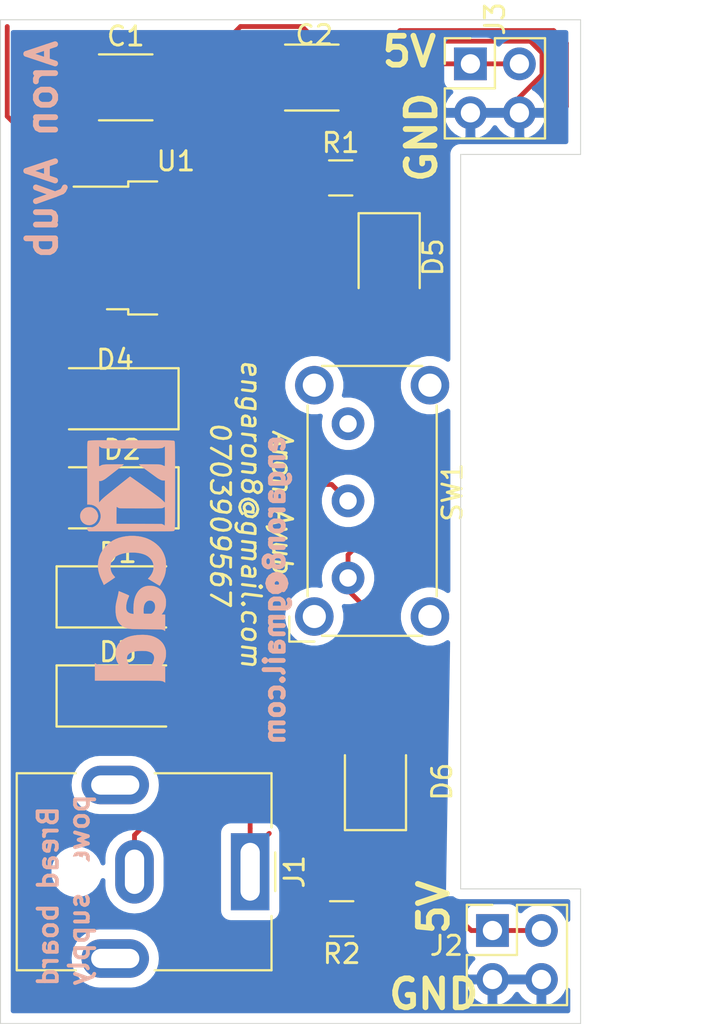
<source format=kicad_pcb>
(kicad_pcb (version 20171130) (host pcbnew "(5.1.5)-3")

  (general
    (thickness 1.6)
    (drawings 16)
    (tracks 109)
    (zones 0)
    (modules 16)
    (nets 10)
  )

  (page A4)
  (title_block
    (title "bread_board pcb")
    (date 6/11/2020)
    (company Aron_Ayub)
  )

  (layers
    (0 F.Cu signal)
    (31 B.Cu signal hide)
    (32 B.Adhes user)
    (33 F.Adhes user)
    (34 B.Paste user)
    (35 F.Paste user)
    (36 B.SilkS user)
    (37 F.SilkS user)
    (38 B.Mask user)
    (39 F.Mask user)
    (40 Dwgs.User user)
    (41 Cmts.User user)
    (42 Eco1.User user)
    (43 Eco2.User user)
    (44 Edge.Cuts user)
    (45 Margin user)
    (46 B.CrtYd user)
    (47 F.CrtYd user)
    (48 B.Fab user)
    (49 F.Fab user)
  )

  (setup
    (last_trace_width 0.25)
    (trace_clearance 0.2)
    (zone_clearance 0.508)
    (zone_45_only no)
    (trace_min 0.2)
    (via_size 0.8)
    (via_drill 0.4)
    (via_min_size 0.4)
    (via_min_drill 0.3)
    (uvia_size 0.3)
    (uvia_drill 0.1)
    (uvias_allowed no)
    (uvia_min_size 0.2)
    (uvia_min_drill 0.1)
    (edge_width 0.05)
    (segment_width 0.2)
    (pcb_text_width 0.3)
    (pcb_text_size 1.5 1.5)
    (mod_edge_width 0.12)
    (mod_text_size 1 1)
    (mod_text_width 0.15)
    (pad_size 1.524 1.524)
    (pad_drill 0.762)
    (pad_to_mask_clearance 0.051)
    (solder_mask_min_width 0.25)
    (aux_axis_origin 0 0)
    (visible_elements 7FFFFFFF)
    (pcbplotparams
      (layerselection 0x010fc_ffffffff)
      (usegerberextensions true)
      (usegerberattributes false)
      (usegerberadvancedattributes false)
      (creategerberjobfile false)
      (excludeedgelayer true)
      (linewidth 0.100000)
      (plotframeref false)
      (viasonmask false)
      (mode 1)
      (useauxorigin false)
      (hpglpennumber 1)
      (hpglpenspeed 20)
      (hpglpendiameter 15.000000)
      (psnegative false)
      (psa4output false)
      (plotreference true)
      (plotvalue true)
      (plotinvisibletext false)
      (padsonsilk false)
      (subtractmaskfromsilk false)
      (outputformat 1)
      (mirror false)
      (drillshape 0)
      (scaleselection 1)
      (outputdirectory "Garber/smd/"))
  )

  (net 0 "")
  (net 1 /Vin)
  (net 2 /Vout1)
  (net 3 "Net-(D1-Pad2)")
  (net 4 "Net-(D5-Pad2)")
  (net 5 "Net-(D6-Pad2)")
  (net 6 "Net-(J2-Pad1)")
  (net 7 "Net-(SW1-Pad3)")
  (net 8 /V-)
  (net 9 "Net-(D3-Pad2)")

  (net_class Default "This is the default net class."
    (clearance 0.2)
    (trace_width 0.25)
    (via_dia 0.8)
    (via_drill 0.4)
    (uvia_dia 0.3)
    (uvia_drill 0.1)
    (add_net /V-)
    (add_net /Vin)
    (add_net /Vout1)
    (add_net "Net-(D1-Pad2)")
    (add_net "Net-(D3-Pad2)")
    (add_net "Net-(D5-Pad2)")
    (add_net "Net-(D6-Pad2)")
    (add_net "Net-(J2-Pad1)")
    (add_net "Net-(SW1-Pad3)")
  )

  (module Package_TO_SOT_SMD:TO-252-2 (layer F.Cu) (tedit 5A70A390) (tstamp 5FA5341D)
    (at 87.5845 64.1604)
    (descr "TO-252 / DPAK SMD package, http://www.infineon.com/cms/en/product/packages/PG-TO252/PG-TO252-3-1/")
    (tags "DPAK TO-252 DPAK-3 TO-252-3 SOT-428")
    (path /5FA39676)
    (attr smd)
    (fp_text reference U1 (at 0 -4.5) (layer F.SilkS)
      (effects (font (size 1 1) (thickness 0.15)))
    )
    (fp_text value LM7805_TO220 (at 0 4.5) (layer F.Fab)
      (effects (font (size 1 1) (thickness 0.15)))
    )
    (fp_text user %R (at 0 0) (layer F.Fab)
      (effects (font (size 1 1) (thickness 0.15)))
    )
    (fp_line (start 5.55 -3.5) (end -5.55 -3.5) (layer F.CrtYd) (width 0.05))
    (fp_line (start 5.55 3.5) (end 5.55 -3.5) (layer F.CrtYd) (width 0.05))
    (fp_line (start -5.55 3.5) (end 5.55 3.5) (layer F.CrtYd) (width 0.05))
    (fp_line (start -5.55 -3.5) (end -5.55 3.5) (layer F.CrtYd) (width 0.05))
    (fp_line (start -2.47 3.18) (end -3.57 3.18) (layer F.SilkS) (width 0.12))
    (fp_line (start -2.47 3.45) (end -2.47 3.18) (layer F.SilkS) (width 0.12))
    (fp_line (start -0.97 3.45) (end -2.47 3.45) (layer F.SilkS) (width 0.12))
    (fp_line (start -2.47 -3.18) (end -5.3 -3.18) (layer F.SilkS) (width 0.12))
    (fp_line (start -2.47 -3.45) (end -2.47 -3.18) (layer F.SilkS) (width 0.12))
    (fp_line (start -0.97 -3.45) (end -2.47 -3.45) (layer F.SilkS) (width 0.12))
    (fp_line (start -4.97 2.655) (end -2.27 2.655) (layer F.Fab) (width 0.1))
    (fp_line (start -4.97 1.905) (end -4.97 2.655) (layer F.Fab) (width 0.1))
    (fp_line (start -2.27 1.905) (end -4.97 1.905) (layer F.Fab) (width 0.1))
    (fp_line (start -4.97 -1.905) (end -2.27 -1.905) (layer F.Fab) (width 0.1))
    (fp_line (start -4.97 -2.655) (end -4.97 -1.905) (layer F.Fab) (width 0.1))
    (fp_line (start -1.865 -2.655) (end -4.97 -2.655) (layer F.Fab) (width 0.1))
    (fp_line (start -1.27 -3.25) (end 3.95 -3.25) (layer F.Fab) (width 0.1))
    (fp_line (start -2.27 -2.25) (end -1.27 -3.25) (layer F.Fab) (width 0.1))
    (fp_line (start -2.27 3.25) (end -2.27 -2.25) (layer F.Fab) (width 0.1))
    (fp_line (start 3.95 3.25) (end -2.27 3.25) (layer F.Fab) (width 0.1))
    (fp_line (start 3.95 -3.25) (end 3.95 3.25) (layer F.Fab) (width 0.1))
    (fp_line (start 4.95 2.7) (end 3.95 2.7) (layer F.Fab) (width 0.1))
    (fp_line (start 4.95 -2.7) (end 4.95 2.7) (layer F.Fab) (width 0.1))
    (fp_line (start 3.95 -2.7) (end 4.95 -2.7) (layer F.Fab) (width 0.1))
    (pad "" smd rect (at 0.425 1.525) (size 3.05 2.75) (layers F.Paste))
    (pad "" smd rect (at 3.775 -1.525) (size 3.05 2.75) (layers F.Paste))
    (pad "" smd rect (at 0.425 -1.525) (size 3.05 2.75) (layers F.Paste))
    (pad "" smd rect (at 3.775 1.525) (size 3.05 2.75) (layers F.Paste))
    (pad 2 smd rect (at 2.1 0) (size 6.4 5.8) (layers F.Cu F.Mask)
      (net 8 /V-))
    (pad 3 smd rect (at -4.2 2.28) (size 2.2 1.2) (layers F.Cu F.Paste F.Mask)
      (net 2 /Vout1))
    (pad 1 smd rect (at -4.2 -2.28) (size 2.2 1.2) (layers F.Cu F.Paste F.Mask)
      (net 1 /Vin))
    (model ${KISYS3DMOD}/Package_TO_SOT_SMD.3dshapes/TO-252-2.wrl
      (at (xyz 0 0 0))
      (scale (xyz 1 1 1))
      (rotate (xyz 0 0 0))
    )
  )

  (module Resistor_SMD:R_1206_3216Metric (layer F.Cu) (tedit 5B301BBD) (tstamp 5FA533E1)
    (at 96.1898 98.9584 180)
    (descr "Resistor SMD 1206 (3216 Metric), square (rectangular) end terminal, IPC_7351 nominal, (Body size source: http://www.tortai-tech.com/upload/download/2011102023233369053.pdf), generated with kicad-footprint-generator")
    (tags resistor)
    (path /5FA382C6)
    (attr smd)
    (fp_text reference R2 (at 0 -1.82) (layer F.SilkS)
      (effects (font (size 1 1) (thickness 0.15)))
    )
    (fp_text value 560 (at 0 1.82) (layer F.Fab)
      (effects (font (size 1 1) (thickness 0.15)))
    )
    (fp_text user %R (at 0 0) (layer F.Fab)
      (effects (font (size 0.8 0.8) (thickness 0.12)))
    )
    (fp_line (start 2.28 1.12) (end -2.28 1.12) (layer F.CrtYd) (width 0.05))
    (fp_line (start 2.28 -1.12) (end 2.28 1.12) (layer F.CrtYd) (width 0.05))
    (fp_line (start -2.28 -1.12) (end 2.28 -1.12) (layer F.CrtYd) (width 0.05))
    (fp_line (start -2.28 1.12) (end -2.28 -1.12) (layer F.CrtYd) (width 0.05))
    (fp_line (start -0.602064 0.91) (end 0.602064 0.91) (layer F.SilkS) (width 0.12))
    (fp_line (start -0.602064 -0.91) (end 0.602064 -0.91) (layer F.SilkS) (width 0.12))
    (fp_line (start 1.6 0.8) (end -1.6 0.8) (layer F.Fab) (width 0.1))
    (fp_line (start 1.6 -0.8) (end 1.6 0.8) (layer F.Fab) (width 0.1))
    (fp_line (start -1.6 -0.8) (end 1.6 -0.8) (layer F.Fab) (width 0.1))
    (fp_line (start -1.6 0.8) (end -1.6 -0.8) (layer F.Fab) (width 0.1))
    (pad 2 smd roundrect (at 1.4 0 180) (size 1.25 1.75) (layers F.Cu F.Paste F.Mask) (roundrect_rratio 0.2)
      (net 5 "Net-(D6-Pad2)"))
    (pad 1 smd roundrect (at -1.4 0 180) (size 1.25 1.75) (layers F.Cu F.Paste F.Mask) (roundrect_rratio 0.2)
      (net 6 "Net-(J2-Pad1)"))
    (model ${KISYS3DMOD}/Resistor_SMD.3dshapes/R_1206_3216Metric.wrl
      (at (xyz 0 0 0))
      (scale (xyz 1 1 1))
      (rotate (xyz 0 0 0))
    )
  )

  (module Resistor_SMD:R_1206_3216Metric (layer F.Cu) (tedit 5B301BBD) (tstamp 5FA5BFE7)
    (at 96.139 60.5282)
    (descr "Resistor SMD 1206 (3216 Metric), square (rectangular) end terminal, IPC_7351 nominal, (Body size source: http://www.tortai-tech.com/upload/download/2011102023233369053.pdf), generated with kicad-footprint-generator")
    (tags resistor)
    (path /5FA41D41)
    (attr smd)
    (fp_text reference R1 (at 0 -1.82) (layer F.SilkS)
      (effects (font (size 1 1) (thickness 0.15)))
    )
    (fp_text value 560 (at 0 1.82) (layer F.Fab)
      (effects (font (size 1 1) (thickness 0.15)))
    )
    (fp_text user %R (at 0 0) (layer F.Fab)
      (effects (font (size 0.8 0.8) (thickness 0.12)))
    )
    (fp_line (start 2.28 1.12) (end -2.28 1.12) (layer F.CrtYd) (width 0.05))
    (fp_line (start 2.28 -1.12) (end 2.28 1.12) (layer F.CrtYd) (width 0.05))
    (fp_line (start -2.28 -1.12) (end 2.28 -1.12) (layer F.CrtYd) (width 0.05))
    (fp_line (start -2.28 1.12) (end -2.28 -1.12) (layer F.CrtYd) (width 0.05))
    (fp_line (start -0.602064 0.91) (end 0.602064 0.91) (layer F.SilkS) (width 0.12))
    (fp_line (start -0.602064 -0.91) (end 0.602064 -0.91) (layer F.SilkS) (width 0.12))
    (fp_line (start 1.6 0.8) (end -1.6 0.8) (layer F.Fab) (width 0.1))
    (fp_line (start 1.6 -0.8) (end 1.6 0.8) (layer F.Fab) (width 0.1))
    (fp_line (start -1.6 -0.8) (end 1.6 -0.8) (layer F.Fab) (width 0.1))
    (fp_line (start -1.6 0.8) (end -1.6 -0.8) (layer F.Fab) (width 0.1))
    (pad 2 smd roundrect (at 1.4 0) (size 1.25 1.75) (layers F.Cu F.Paste F.Mask) (roundrect_rratio 0.2)
      (net 4 "Net-(D5-Pad2)"))
    (pad 1 smd roundrect (at -1.4 0) (size 1.25 1.75) (layers F.Cu F.Paste F.Mask) (roundrect_rratio 0.2)
      (net 2 /Vout1))
    (model ${KISYS3DMOD}/Resistor_SMD.3dshapes/R_1206_3216Metric.wrl
      (at (xyz 0 0 0))
      (scale (xyz 1 1 1))
      (rotate (xyz 0 0 0))
    )
  )

  (module LED_SMD:LED_1210_3225Metric (layer F.Cu) (tedit 5B301BBE) (tstamp 5FA54F31)
    (at 97.9424 92.075 90)
    (descr "LED SMD 1210 (3225 Metric), square (rectangular) end terminal, IPC_7351 nominal, (Body size source: http://www.tortai-tech.com/upload/download/2011102023233369053.pdf), generated with kicad-footprint-generator")
    (tags diode)
    (path /5FA401DF)
    (attr smd)
    (fp_text reference D6 (at 0.2286 3.4544 90) (layer F.SilkS)
      (effects (font (size 1 1) (thickness 0.15)))
    )
    (fp_text value LED (at 0 2.28 90) (layer F.Fab)
      (effects (font (size 1 1) (thickness 0.15)))
    )
    (fp_line (start 1.6 -1.25) (end -0.975 -1.25) (layer F.Fab) (width 0.1))
    (fp_line (start -0.975 -1.25) (end -1.6 -0.625) (layer F.Fab) (width 0.1))
    (fp_line (start -1.6 -0.625) (end -1.6 1.25) (layer F.Fab) (width 0.1))
    (fp_line (start -1.6 1.25) (end 1.6 1.25) (layer F.Fab) (width 0.1))
    (fp_line (start 1.6 1.25) (end 1.6 -1.25) (layer F.Fab) (width 0.1))
    (fp_line (start 1.6 -1.585) (end -2.285 -1.585) (layer F.SilkS) (width 0.12))
    (fp_line (start -2.285 -1.585) (end -2.285 1.585) (layer F.SilkS) (width 0.12))
    (fp_line (start -2.285 1.585) (end 1.6 1.585) (layer F.SilkS) (width 0.12))
    (fp_line (start -2.28 1.58) (end -2.28 -1.58) (layer F.CrtYd) (width 0.05))
    (fp_line (start -2.28 -1.58) (end 2.28 -1.58) (layer F.CrtYd) (width 0.05))
    (fp_line (start 2.28 -1.58) (end 2.28 1.58) (layer F.CrtYd) (width 0.05))
    (fp_line (start 2.28 1.58) (end -2.28 1.58) (layer F.CrtYd) (width 0.05))
    (fp_text user %R (at 0 0 90) (layer F.Fab)
      (effects (font (size 0.8 0.8) (thickness 0.12)))
    )
    (pad 1 smd roundrect (at -1.4 0 90) (size 1.25 2.65) (layers F.Cu F.Paste F.Mask) (roundrect_rratio 0.2)
      (net 8 /V-))
    (pad 2 smd roundrect (at 1.4 0 90) (size 1.25 2.65) (layers F.Cu F.Paste F.Mask) (roundrect_rratio 0.2)
      (net 5 "Net-(D6-Pad2)"))
    (model ${KISYS3DMOD}/LED_SMD.3dshapes/LED_1210_3225Metric.wrl
      (at (xyz 0 0 0))
      (scale (xyz 1 1 1))
      (rotate (xyz 0 0 0))
    )
  )

  (module LED_SMD:LED_1210_3225Metric (layer F.Cu) (tedit 5B301BBE) (tstamp 5FA5334E)
    (at 98.6536 64.643 270)
    (descr "LED SMD 1210 (3225 Metric), square (rectangular) end terminal, IPC_7351 nominal, (Body size source: http://www.tortai-tech.com/upload/download/2011102023233369053.pdf), generated with kicad-footprint-generator")
    (tags diode)
    (path /5FA4156C)
    (attr smd)
    (fp_text reference D5 (at 0 -2.28 90) (layer F.SilkS)
      (effects (font (size 1 1) (thickness 0.15)))
    )
    (fp_text value LED (at 0 2.28 90) (layer F.Fab)
      (effects (font (size 1 1) (thickness 0.15)))
    )
    (fp_text user %R (at 0 0 90) (layer F.Fab)
      (effects (font (size 0.8 0.8) (thickness 0.12)))
    )
    (fp_line (start 2.28 1.58) (end -2.28 1.58) (layer F.CrtYd) (width 0.05))
    (fp_line (start 2.28 -1.58) (end 2.28 1.58) (layer F.CrtYd) (width 0.05))
    (fp_line (start -2.28 -1.58) (end 2.28 -1.58) (layer F.CrtYd) (width 0.05))
    (fp_line (start -2.28 1.58) (end -2.28 -1.58) (layer F.CrtYd) (width 0.05))
    (fp_line (start -2.285 1.585) (end 1.6 1.585) (layer F.SilkS) (width 0.12))
    (fp_line (start -2.285 -1.585) (end -2.285 1.585) (layer F.SilkS) (width 0.12))
    (fp_line (start 1.6 -1.585) (end -2.285 -1.585) (layer F.SilkS) (width 0.12))
    (fp_line (start 1.6 1.25) (end 1.6 -1.25) (layer F.Fab) (width 0.1))
    (fp_line (start -1.6 1.25) (end 1.6 1.25) (layer F.Fab) (width 0.1))
    (fp_line (start -1.6 -0.625) (end -1.6 1.25) (layer F.Fab) (width 0.1))
    (fp_line (start -0.975 -1.25) (end -1.6 -0.625) (layer F.Fab) (width 0.1))
    (fp_line (start 1.6 -1.25) (end -0.975 -1.25) (layer F.Fab) (width 0.1))
    (pad 2 smd roundrect (at 1.4 0 270) (size 1.25 2.65) (layers F.Cu F.Paste F.Mask) (roundrect_rratio 0.2)
      (net 4 "Net-(D5-Pad2)"))
    (pad 1 smd roundrect (at -1.4 0 270) (size 1.25 2.65) (layers F.Cu F.Paste F.Mask) (roundrect_rratio 0.2)
      (net 8 /V-))
    (model ${KISYS3DMOD}/LED_SMD.3dshapes/LED_1210_3225Metric.wrl
      (at (xyz 0 0 0))
      (scale (xyz 1 1 1))
      (rotate (xyz 0 0 0))
    )
  )

  (module Diode_SMD:D_2010_5025Metric (layer F.Cu) (tedit 5B301BBE) (tstamp 5FA8DBAE)
    (at 84.542 71.9836 180)
    (descr "Diode SMD 2010 (5025 Metric), square (rectangular) end terminal, IPC_7351 nominal, (Body size source: http://www.tortai-tech.com/upload/download/2011102023233369053.pdf), generated with kicad-footprint-generator")
    (tags diode)
    (path /5FA3E66C)
    (attr smd)
    (fp_text reference D4 (at 0.1124 2.032) (layer F.SilkS)
      (effects (font (size 1 1) (thickness 0.15)))
    )
    (fp_text value 1N4007 (at 0 2.28) (layer F.Fab)
      (effects (font (size 1 1) (thickness 0.15)))
    )
    (fp_text user %R (at 0 -0.0508) (layer F.Fab)
      (effects (font (size 1 1) (thickness 0.15)))
    )
    (fp_line (start 3.18 1.58) (end -3.18 1.58) (layer F.CrtYd) (width 0.05))
    (fp_line (start 3.18 -1.58) (end 3.18 1.58) (layer F.CrtYd) (width 0.05))
    (fp_line (start -3.18 -1.58) (end 3.18 -1.58) (layer F.CrtYd) (width 0.05))
    (fp_line (start -3.18 1.58) (end -3.18 -1.58) (layer F.CrtYd) (width 0.05))
    (fp_line (start -3.185 1.585) (end 2.5 1.585) (layer F.SilkS) (width 0.12))
    (fp_line (start -3.185 -1.585) (end -3.185 1.585) (layer F.SilkS) (width 0.12))
    (fp_line (start 2.5 -1.585) (end -3.185 -1.585) (layer F.SilkS) (width 0.12))
    (fp_line (start 2.5 1.25) (end 2.5 -1.25) (layer F.Fab) (width 0.1))
    (fp_line (start -2.5 1.25) (end 2.5 1.25) (layer F.Fab) (width 0.1))
    (fp_line (start -2.5 -0.625) (end -2.5 1.25) (layer F.Fab) (width 0.1))
    (fp_line (start -1.875 -1.25) (end -2.5 -0.625) (layer F.Fab) (width 0.1))
    (fp_line (start 2.5 -1.25) (end -1.875 -1.25) (layer F.Fab) (width 0.1))
    (pad 2 smd roundrect (at 2.25 0 180) (size 1.35 2.65) (layers F.Cu F.Paste F.Mask) (roundrect_rratio 0.185185)
      (net 8 /V-))
    (pad 1 smd roundrect (at -2.25 0 180) (size 1.35 2.65) (layers F.Cu F.Paste F.Mask) (roundrect_rratio 0.185185)
      (net 9 "Net-(D3-Pad2)"))
    (model ${KISYS3DMOD}/Diode_SMD.3dshapes/D_2010_5025Metric.wrl
      (at (xyz 0 0 0))
      (scale (xyz 1 1 1))
      (rotate (xyz 0 0 0))
    )
  )

  (module Diode_SMD:D_2010_5025Metric (layer F.Cu) (tedit 5B301BBE) (tstamp 5FA5331D)
    (at 84.582 87.4014)
    (descr "Diode SMD 2010 (5025 Metric), square (rectangular) end terminal, IPC_7351 nominal, (Body size source: http://www.tortai-tech.com/upload/download/2011102023233369053.pdf), generated with kicad-footprint-generator")
    (tags diode)
    (path /5FA3EF61)
    (attr smd)
    (fp_text reference D3 (at 0 -2.28) (layer F.SilkS)
      (effects (font (size 1 1) (thickness 0.15)))
    )
    (fp_text value 1N4007 (at 0 2.28) (layer F.Fab)
      (effects (font (size 1 1) (thickness 0.15)))
    )
    (fp_line (start 2.5 -1.25) (end -1.875 -1.25) (layer F.Fab) (width 0.1))
    (fp_line (start -1.875 -1.25) (end -2.5 -0.625) (layer F.Fab) (width 0.1))
    (fp_line (start -2.5 -0.625) (end -2.5 1.25) (layer F.Fab) (width 0.1))
    (fp_line (start -2.5 1.25) (end 2.5 1.25) (layer F.Fab) (width 0.1))
    (fp_line (start 2.5 1.25) (end 2.5 -1.25) (layer F.Fab) (width 0.1))
    (fp_line (start 2.5 -1.585) (end -3.185 -1.585) (layer F.SilkS) (width 0.12))
    (fp_line (start -3.185 -1.585) (end -3.185 1.585) (layer F.SilkS) (width 0.12))
    (fp_line (start -3.185 1.585) (end 2.5 1.585) (layer F.SilkS) (width 0.12))
    (fp_line (start -3.18 1.58) (end -3.18 -1.58) (layer F.CrtYd) (width 0.05))
    (fp_line (start -3.18 -1.58) (end 3.18 -1.58) (layer F.CrtYd) (width 0.05))
    (fp_line (start 3.18 -1.58) (end 3.18 1.58) (layer F.CrtYd) (width 0.05))
    (fp_line (start 3.18 1.58) (end -3.18 1.58) (layer F.CrtYd) (width 0.05))
    (fp_text user %R (at 0 0) (layer F.Fab)
      (effects (font (size 1 1) (thickness 0.15)))
    )
    (pad 1 smd roundrect (at -2.25 0) (size 1.35 2.65) (layers F.Cu F.Paste F.Mask) (roundrect_rratio 0.185185)
      (net 1 /Vin))
    (pad 2 smd roundrect (at 2.25 0) (size 1.35 2.65) (layers F.Cu F.Paste F.Mask) (roundrect_rratio 0.185185)
      (net 9 "Net-(D3-Pad2)"))
    (model ${KISYS3DMOD}/Diode_SMD.3dshapes/D_2010_5025Metric.wrl
      (at (xyz 0 0 0))
      (scale (xyz 1 1 1))
      (rotate (xyz 0 0 0))
    )
  )

  (module Diode_SMD:D_2010_5025Metric (layer F.Cu) (tedit 5B301BBE) (tstamp 5FA532FE)
    (at 84.542 77.122866 180)
    (descr "Diode SMD 2010 (5025 Metric), square (rectangular) end terminal, IPC_7351 nominal, (Body size source: http://www.tortai-tech.com/upload/download/2011102023233369053.pdf), generated with kicad-footprint-generator")
    (tags diode)
    (path /5FA3D957)
    (attr smd)
    (fp_text reference D2 (at -0.2686 2.497666) (layer F.SilkS)
      (effects (font (size 1 1) (thickness 0.15)))
    )
    (fp_text value 1N4007 (at 0.214 2.091266) (layer F.Fab)
      (effects (font (size 1 1) (thickness 0.15)))
    )
    (fp_text user %R (at 0 0) (layer F.Fab)
      (effects (font (size 1 1) (thickness 0.15)))
    )
    (fp_line (start 3.18 1.58) (end -3.18 1.58) (layer F.CrtYd) (width 0.05))
    (fp_line (start 3.18 -1.58) (end 3.18 1.58) (layer F.CrtYd) (width 0.05))
    (fp_line (start -3.18 -1.58) (end 3.18 -1.58) (layer F.CrtYd) (width 0.05))
    (fp_line (start -3.18 1.58) (end -3.18 -1.58) (layer F.CrtYd) (width 0.05))
    (fp_line (start -3.185 1.585) (end 2.5 1.585) (layer F.SilkS) (width 0.12))
    (fp_line (start -3.185 -1.585) (end -3.185 1.585) (layer F.SilkS) (width 0.12))
    (fp_line (start 2.5 -1.585) (end -3.185 -1.585) (layer F.SilkS) (width 0.12))
    (fp_line (start 2.5 1.25) (end 2.5 -1.25) (layer F.Fab) (width 0.1))
    (fp_line (start -2.5 1.25) (end 2.5 1.25) (layer F.Fab) (width 0.1))
    (fp_line (start -2.5 -0.625) (end -2.5 1.25) (layer F.Fab) (width 0.1))
    (fp_line (start -1.875 -1.25) (end -2.5 -0.625) (layer F.Fab) (width 0.1))
    (fp_line (start 2.5 -1.25) (end -1.875 -1.25) (layer F.Fab) (width 0.1))
    (pad 2 smd roundrect (at 2.25 0 180) (size 1.35 2.65) (layers F.Cu F.Paste F.Mask) (roundrect_rratio 0.185185)
      (net 8 /V-))
    (pad 1 smd roundrect (at -2.25 0 180) (size 1.35 2.65) (layers F.Cu F.Paste F.Mask) (roundrect_rratio 0.185185)
      (net 3 "Net-(D1-Pad2)"))
    (model ${KISYS3DMOD}/Diode_SMD.3dshapes/D_2010_5025Metric.wrl
      (at (xyz 0 0 0))
      (scale (xyz 1 1 1))
      (rotate (xyz 0 0 0))
    )
  )

  (module Diode_SMD:D_2010_5025Metric (layer F.Cu) (tedit 5B301BBE) (tstamp 5FA532DF)
    (at 84.582 82.262132)
    (descr "Diode SMD 2010 (5025 Metric), square (rectangular) end terminal, IPC_7351 nominal, (Body size source: http://www.tortai-tech.com/upload/download/2011102023233369053.pdf), generated with kicad-footprint-generator")
    (tags diode)
    (path /5FA3F998)
    (attr smd)
    (fp_text reference D1 (at 0 -2.28) (layer F.SilkS)
      (effects (font (size 1 1) (thickness 0.15)))
    )
    (fp_text value 1N4007 (at 0 2.28) (layer F.Fab)
      (effects (font (size 1 1) (thickness 0.15)))
    )
    (fp_text user %R (at 0.0508 0.0762) (layer F.Fab)
      (effects (font (size 1 1) (thickness 0.15)))
    )
    (fp_line (start 3.18 1.58) (end -3.18 1.58) (layer F.CrtYd) (width 0.05))
    (fp_line (start 3.18 -1.58) (end 3.18 1.58) (layer F.CrtYd) (width 0.05))
    (fp_line (start -3.18 -1.58) (end 3.18 -1.58) (layer F.CrtYd) (width 0.05))
    (fp_line (start -3.18 1.58) (end -3.18 -1.58) (layer F.CrtYd) (width 0.05))
    (fp_line (start -3.185 1.585) (end 2.5 1.585) (layer F.SilkS) (width 0.12))
    (fp_line (start -3.185 -1.585) (end -3.185 1.585) (layer F.SilkS) (width 0.12))
    (fp_line (start 2.5 -1.585) (end -3.185 -1.585) (layer F.SilkS) (width 0.12))
    (fp_line (start 2.5 1.25) (end 2.5 -1.25) (layer F.Fab) (width 0.1))
    (fp_line (start -2.5 1.25) (end 2.5 1.25) (layer F.Fab) (width 0.1))
    (fp_line (start -2.5 -0.625) (end -2.5 1.25) (layer F.Fab) (width 0.1))
    (fp_line (start -1.875 -1.25) (end -2.5 -0.625) (layer F.Fab) (width 0.1))
    (fp_line (start 2.5 -1.25) (end -1.875 -1.25) (layer F.Fab) (width 0.1))
    (pad 2 smd roundrect (at 2.25 0) (size 1.35 2.65) (layers F.Cu F.Paste F.Mask) (roundrect_rratio 0.185185)
      (net 3 "Net-(D1-Pad2)"))
    (pad 1 smd roundrect (at -2.25 0) (size 1.35 2.65) (layers F.Cu F.Paste F.Mask) (roundrect_rratio 0.185185)
      (net 1 /Vin))
    (model ${KISYS3DMOD}/Diode_SMD.3dshapes/D_2010_5025Metric.wrl
      (at (xyz 0 0 0))
      (scale (xyz 1 1 1))
      (rotate (xyz 0 0 0))
    )
  )

  (module Capacitor_SMD:C_1812_4532Metric (layer F.Cu) (tedit 5B301BBE) (tstamp 5FA532C0)
    (at 94.6404 55.3212)
    (descr "Capacitor SMD 1812 (4532 Metric), square (rectangular) end terminal, IPC_7351 nominal, (Body size source: https://www.nikhef.nl/pub/departments/mt/projects/detectorR_D/dtddice/ERJ2G.pdf), generated with kicad-footprint-generator")
    (tags capacitor)
    (path /5FA374CD)
    (attr smd)
    (fp_text reference C2 (at 0.127 -2.2098) (layer F.SilkS)
      (effects (font (size 1 1) (thickness 0.15)))
    )
    (fp_text value 470uF (at 0 2.65) (layer F.Fab)
      (effects (font (size 1 1) (thickness 0.15)))
    )
    (fp_text user %R (at 0 0) (layer F.Fab)
      (effects (font (size 1 1) (thickness 0.15)))
    )
    (fp_line (start 2.95 1.95) (end -2.95 1.95) (layer F.CrtYd) (width 0.05))
    (fp_line (start 2.95 -1.95) (end 2.95 1.95) (layer F.CrtYd) (width 0.05))
    (fp_line (start -2.95 -1.95) (end 2.95 -1.95) (layer F.CrtYd) (width 0.05))
    (fp_line (start -2.95 1.95) (end -2.95 -1.95) (layer F.CrtYd) (width 0.05))
    (fp_line (start -1.386252 1.71) (end 1.386252 1.71) (layer F.SilkS) (width 0.12))
    (fp_line (start -1.386252 -1.71) (end 1.386252 -1.71) (layer F.SilkS) (width 0.12))
    (fp_line (start 2.25 1.6) (end -2.25 1.6) (layer F.Fab) (width 0.1))
    (fp_line (start 2.25 -1.6) (end 2.25 1.6) (layer F.Fab) (width 0.1))
    (fp_line (start -2.25 -1.6) (end 2.25 -1.6) (layer F.Fab) (width 0.1))
    (fp_line (start -2.25 1.6) (end -2.25 -1.6) (layer F.Fab) (width 0.1))
    (pad 2 smd roundrect (at 2.1375 0) (size 1.125 3.4) (layers F.Cu F.Paste F.Mask) (roundrect_rratio 0.222222)
      (net 8 /V-))
    (pad 1 smd roundrect (at -2.1375 0) (size 1.125 3.4) (layers F.Cu F.Paste F.Mask) (roundrect_rratio 0.222222)
      (net 2 /Vout1))
    (model ${KISYS3DMOD}/Capacitor_SMD.3dshapes/C_1812_4532Metric.wrl
      (at (xyz 0 0 0))
      (scale (xyz 1 1 1))
      (rotate (xyz 0 0 0))
    )
  )

  (module Capacitor_SMD:C_1812_4532Metric (layer F.Cu) (tedit 5B301BBE) (tstamp 5FA5322C)
    (at 84.9845 55.8292)
    (descr "Capacitor SMD 1812 (4532 Metric), square (rectangular) end terminal, IPC_7351 nominal, (Body size source: https://www.nikhef.nl/pub/departments/mt/projects/detectorR_D/dtddice/ERJ2G.pdf), generated with kicad-footprint-generator")
    (tags capacitor)
    (path /5FA36F15)
    (attr smd)
    (fp_text reference C1 (at 0 -2.65) (layer F.SilkS)
      (effects (font (size 1 1) (thickness 0.15)))
    )
    (fp_text value 47uF (at 0 2.65) (layer F.Fab)
      (effects (font (size 1 1) (thickness 0.15)))
    )
    (fp_text user %R (at 0 0 270) (layer F.Fab)
      (effects (font (size 1 1) (thickness 0.15)))
    )
    (fp_line (start 2.95 1.95) (end -2.95 1.95) (layer F.CrtYd) (width 0.05))
    (fp_line (start 2.95 -1.95) (end 2.95 1.95) (layer F.CrtYd) (width 0.05))
    (fp_line (start -2.95 -1.95) (end 2.95 -1.95) (layer F.CrtYd) (width 0.05))
    (fp_line (start -2.95 1.95) (end -2.95 -1.95) (layer F.CrtYd) (width 0.05))
    (fp_line (start -1.386252 1.71) (end 1.386252 1.71) (layer F.SilkS) (width 0.12))
    (fp_line (start -1.386252 -1.71) (end 1.386252 -1.71) (layer F.SilkS) (width 0.12))
    (fp_line (start 2.25 1.6) (end -2.25 1.6) (layer F.Fab) (width 0.1))
    (fp_line (start 2.25 -1.6) (end 2.25 1.6) (layer F.Fab) (width 0.1))
    (fp_line (start -2.25 -1.6) (end 2.25 -1.6) (layer F.Fab) (width 0.1))
    (fp_line (start -2.25 1.6) (end -2.25 -1.6) (layer F.Fab) (width 0.1))
    (pad 2 smd roundrect (at 2.1375 0) (size 1.125 3.4) (layers F.Cu F.Paste F.Mask) (roundrect_rratio 0.222222)
      (net 8 /V-))
    (pad 1 smd roundrect (at -2.1375 0) (size 1.125 3.4) (layers F.Cu F.Paste F.Mask) (roundrect_rratio 0.222222)
      (net 1 /Vin))
    (model ${KISYS3DMOD}/Capacitor_SMD.3dshapes/C_1812_4532Metric.wrl
      (at (xyz 0 0 0))
      (scale (xyz 1 1 1))
      (rotate (xyz 0 0 0))
    )
  )

  (module Symbol:KiCad-Logo_5mm_SilkScreen (layer B.Cu) (tedit 0) (tstamp 5FA62B47)
    (at 85.598 80.4164 270)
    (descr "KiCad Logo")
    (tags "Logo KiCad")
    (attr virtual)
    (fp_text reference REF** (at -1.4224 -3.4544 270) (layer B.SilkS) hide
      (effects (font (size 1 1) (thickness 0.15)) (justify mirror))
    )
    (fp_text value KiCad-Logo_5mm_SilkScreen (at 0 -3.81 270) (layer F.Cu) hide
      (effects (font (size 1 1) (thickness 0.15)))
    )
    (fp_poly (pts (xy -2.273043 2.973429) (xy -2.176768 2.949191) (xy -2.090184 2.906359) (xy -2.015373 2.846581)
      (xy -1.954418 2.771506) (xy -1.909399 2.68278) (xy -1.883136 2.58647) (xy -1.877286 2.489205)
      (xy -1.89214 2.395346) (xy -1.92584 2.307489) (xy -1.976528 2.22823) (xy -2.042345 2.160164)
      (xy -2.121434 2.105888) (xy -2.211934 2.067998) (xy -2.2632 2.055574) (xy -2.307698 2.048053)
      (xy -2.341999 2.045081) (xy -2.37496 2.046906) (xy -2.415434 2.053775) (xy -2.448531 2.06075)
      (xy -2.541947 2.092259) (xy -2.625619 2.143383) (xy -2.697665 2.212571) (xy -2.7562 2.298272)
      (xy -2.770148 2.325511) (xy -2.786586 2.361878) (xy -2.796894 2.392418) (xy -2.80246 2.42455)
      (xy -2.804669 2.465693) (xy -2.804948 2.511778) (xy -2.800861 2.596135) (xy -2.787446 2.665414)
      (xy -2.762256 2.726039) (xy -2.722846 2.784433) (xy -2.684298 2.828698) (xy -2.612406 2.894516)
      (xy -2.537313 2.939947) (xy -2.454562 2.96715) (xy -2.376928 2.977424) (xy -2.273043 2.973429)) (layer B.SilkS) (width 0.01))
    (fp_poly (pts (xy 6.186507 0.527755) (xy 6.186526 0.293338) (xy 6.186552 0.080397) (xy 6.186625 -0.112168)
      (xy 6.186782 -0.285459) (xy 6.187064 -0.440576) (xy 6.187509 -0.57862) (xy 6.188156 -0.700692)
      (xy 6.189045 -0.807894) (xy 6.190213 -0.901326) (xy 6.191701 -0.98209) (xy 6.193546 -1.051286)
      (xy 6.195789 -1.110015) (xy 6.198469 -1.159379) (xy 6.201623 -1.200478) (xy 6.205292 -1.234413)
      (xy 6.209513 -1.262286) (xy 6.214327 -1.285198) (xy 6.219773 -1.304249) (xy 6.225888 -1.32054)
      (xy 6.232712 -1.335173) (xy 6.240285 -1.349249) (xy 6.248645 -1.363868) (xy 6.253839 -1.372974)
      (xy 6.288104 -1.433689) (xy 5.429955 -1.433689) (xy 5.429955 -1.337733) (xy 5.429224 -1.29437)
      (xy 5.427272 -1.261205) (xy 5.424463 -1.243424) (xy 5.423221 -1.241778) (xy 5.411799 -1.248662)
      (xy 5.389084 -1.266505) (xy 5.366385 -1.285879) (xy 5.3118 -1.326614) (xy 5.242321 -1.367617)
      (xy 5.16527 -1.405123) (xy 5.087965 -1.435364) (xy 5.057113 -1.445012) (xy 4.988616 -1.459578)
      (xy 4.905764 -1.469539) (xy 4.816371 -1.474583) (xy 4.728248 -1.474396) (xy 4.649207 -1.468666)
      (xy 4.611511 -1.462858) (xy 4.473414 -1.424797) (xy 4.346113 -1.367073) (xy 4.230292 -1.290211)
      (xy 4.126637 -1.194739) (xy 4.035833 -1.081179) (xy 3.969031 -0.970381) (xy 3.914164 -0.853625)
      (xy 3.872163 -0.734276) (xy 3.842167 -0.608283) (xy 3.823311 -0.471594) (xy 3.814732 -0.320158)
      (xy 3.814006 -0.242711) (xy 3.8161 -0.185934) (xy 4.645217 -0.185934) (xy 4.645424 -0.279002)
      (xy 4.648337 -0.366692) (xy 4.654 -0.443772) (xy 4.662455 -0.505009) (xy 4.665038 -0.51735)
      (xy 4.69684 -0.624633) (xy 4.738498 -0.711658) (xy 4.790363 -0.778642) (xy 4.852781 -0.825805)
      (xy 4.9261 -0.853365) (xy 5.010669 -0.861541) (xy 5.106835 -0.850551) (xy 5.170311 -0.834829)
      (xy 5.219454 -0.816639) (xy 5.273583 -0.790791) (xy 5.314244 -0.767089) (xy 5.3848 -0.720721)
      (xy 5.3848 0.42947) (xy 5.317392 0.473038) (xy 5.238867 0.51396) (xy 5.154681 0.540611)
      (xy 5.069557 0.552535) (xy 4.988216 0.549278) (xy 4.91538 0.530385) (xy 4.883426 0.514816)
      (xy 4.825501 0.471819) (xy 4.776544 0.415047) (xy 4.73539 0.342425) (xy 4.700874 0.251879)
      (xy 4.671833 0.141334) (xy 4.670552 0.135467) (xy 4.660381 0.073212) (xy 4.652739 -0.004594)
      (xy 4.64767 -0.09272) (xy 4.645217 -0.185934) (xy 3.8161 -0.185934) (xy 3.821857 -0.029895)
      (xy 3.843802 0.165941) (xy 3.879786 0.344668) (xy 3.929759 0.506155) (xy 3.993668 0.650274)
      (xy 4.071462 0.776894) (xy 4.163089 0.885885) (xy 4.268497 0.977117) (xy 4.313662 1.008068)
      (xy 4.414611 1.064215) (xy 4.517901 1.103826) (xy 4.627989 1.127986) (xy 4.74933 1.137781)
      (xy 4.841836 1.136735) (xy 4.97149 1.125769) (xy 5.084084 1.103954) (xy 5.182875 1.070286)
      (xy 5.271121 1.023764) (xy 5.319986 0.989552) (xy 5.349353 0.967638) (xy 5.371043 0.952667)
      (xy 5.379253 0.948267) (xy 5.380868 0.959096) (xy 5.382159 0.989749) (xy 5.383138 1.037474)
      (xy 5.383817 1.099521) (xy 5.38421 1.173138) (xy 5.38433 1.255573) (xy 5.384188 1.344075)
      (xy 5.383797 1.435893) (xy 5.383171 1.528276) (xy 5.38232 1.618472) (xy 5.38126 1.703729)
      (xy 5.380001 1.781297) (xy 5.378556 1.848424) (xy 5.376938 1.902359) (xy 5.375161 1.94035)
      (xy 5.374669 1.947333) (xy 5.367092 2.017749) (xy 5.355531 2.072898) (xy 5.337792 2.120019)
      (xy 5.311682 2.166353) (xy 5.305415 2.175933) (xy 5.280983 2.212622) (xy 6.186311 2.212622)
      (xy 6.186507 0.527755)) (layer B.SilkS) (width 0.01))
    (fp_poly (pts (xy 2.673574 1.133448) (xy 2.825492 1.113433) (xy 2.960756 1.079798) (xy 3.080239 1.032275)
      (xy 3.184815 0.970595) (xy 3.262424 0.907035) (xy 3.331265 0.832901) (xy 3.385006 0.753129)
      (xy 3.42791 0.660909) (xy 3.443384 0.617839) (xy 3.456244 0.578858) (xy 3.467446 0.542711)
      (xy 3.47712 0.507566) (xy 3.485396 0.47159) (xy 3.492403 0.43295) (xy 3.498272 0.389815)
      (xy 3.503131 0.340351) (xy 3.50711 0.282727) (xy 3.51034 0.215109) (xy 3.512949 0.135666)
      (xy 3.515067 0.042564) (xy 3.516824 -0.066027) (xy 3.518349 -0.191942) (xy 3.519772 -0.337012)
      (xy 3.521025 -0.479778) (xy 3.522351 -0.635968) (xy 3.523556 -0.771239) (xy 3.524766 -0.887246)
      (xy 3.526106 -0.985645) (xy 3.5277 -1.068093) (xy 3.529675 -1.136246) (xy 3.532156 -1.19176)
      (xy 3.535269 -1.236292) (xy 3.539138 -1.271498) (xy 3.543889 -1.299034) (xy 3.549648 -1.320556)
      (xy 3.556539 -1.337722) (xy 3.564689 -1.352186) (xy 3.574223 -1.365606) (xy 3.585266 -1.379638)
      (xy 3.589566 -1.385071) (xy 3.605386 -1.40791) (xy 3.612422 -1.423463) (xy 3.612444 -1.423922)
      (xy 3.601567 -1.426121) (xy 3.570582 -1.428147) (xy 3.521957 -1.429942) (xy 3.458163 -1.431451)
      (xy 3.381669 -1.432616) (xy 3.294944 -1.43338) (xy 3.200457 -1.433686) (xy 3.18955 -1.433689)
      (xy 2.766657 -1.433689) (xy 2.763395 -1.337622) (xy 2.760133 -1.241556) (xy 2.698044 -1.292543)
      (xy 2.600714 -1.360057) (xy 2.490813 -1.414749) (xy 2.404349 -1.444978) (xy 2.335278 -1.459666)
      (xy 2.251925 -1.469659) (xy 2.162159 -1.474646) (xy 2.073845 -1.474313) (xy 1.994851 -1.468351)
      (xy 1.958622 -1.462638) (xy 1.818603 -1.424776) (xy 1.692178 -1.369932) (xy 1.58026 -1.298924)
      (xy 1.483762 -1.212568) (xy 1.4036 -1.111679) (xy 1.340687 -0.997076) (xy 1.296312 -0.870984)
      (xy 1.283978 -0.814401) (xy 1.276368 -0.752202) (xy 1.272739 -0.677363) (xy 1.272245 -0.643467)
      (xy 1.27231 -0.640282) (xy 2.032248 -0.640282) (xy 2.041541 -0.715333) (xy 2.069728 -0.77916)
      (xy 2.118197 -0.834798) (xy 2.123254 -0.839211) (xy 2.171548 -0.874037) (xy 2.223257 -0.89662)
      (xy 2.283989 -0.90854) (xy 2.359352 -0.911383) (xy 2.377459 -0.910978) (xy 2.431278 -0.908325)
      (xy 2.471308 -0.902909) (xy 2.506324 -0.892745) (xy 2.545103 -0.87585) (xy 2.555745 -0.870672)
      (xy 2.616396 -0.834844) (xy 2.663215 -0.792212) (xy 2.675952 -0.776973) (xy 2.720622 -0.720462)
      (xy 2.720622 -0.524586) (xy 2.720086 -0.445939) (xy 2.718396 -0.387988) (xy 2.715428 -0.348875)
      (xy 2.711057 -0.326741) (xy 2.706972 -0.320274) (xy 2.691047 -0.317111) (xy 2.657264 -0.314488)
      (xy 2.61034 -0.312655) (xy 2.554993 -0.311857) (xy 2.546106 -0.311842) (xy 2.42533 -0.317096)
      (xy 2.32266 -0.333263) (xy 2.236106 -0.360961) (xy 2.163681 -0.400808) (xy 2.108751 -0.447758)
      (xy 2.064204 -0.505645) (xy 2.03948 -0.568693) (xy 2.032248 -0.640282) (xy 1.27231 -0.640282)
      (xy 1.274178 -0.549712) (xy 1.282522 -0.470812) (xy 1.298768 -0.39959) (xy 1.324405 -0.328864)
      (xy 1.348401 -0.276493) (xy 1.40702 -0.181196) (xy 1.485117 -0.09317) (xy 1.580315 -0.014017)
      (xy 1.690238 0.05466) (xy 1.81251 0.111259) (xy 1.944755 0.154179) (xy 2.009422 0.169118)
      (xy 2.145604 0.191223) (xy 2.294049 0.205806) (xy 2.445505 0.212187) (xy 2.572064 0.210555)
      (xy 2.73395 0.203776) (xy 2.72653 0.262755) (xy 2.707238 0.361908) (xy 2.676104 0.442628)
      (xy 2.632269 0.505534) (xy 2.574871 0.551244) (xy 2.503048 0.580378) (xy 2.415941 0.593553)
      (xy 2.312686 0.591389) (xy 2.274711 0.587388) (xy 2.13352 0.56222) (xy 1.996707 0.521186)
      (xy 1.902178 0.483185) (xy 1.857018 0.46381) (xy 1.818585 0.44824) (xy 1.792234 0.438595)
      (xy 1.784546 0.436548) (xy 1.774802 0.445626) (xy 1.758083 0.474595) (xy 1.734232 0.523783)
      (xy 1.703093 0.593516) (xy 1.664507 0.684121) (xy 1.65791 0.699911) (xy 1.627853 0.772228)
      (xy 1.600874 0.837575) (xy 1.578136 0.893094) (xy 1.560806 0.935928) (xy 1.550048 0.963219)
      (xy 1.546941 0.972058) (xy 1.55694 0.976813) (xy 1.583217 0.98209) (xy 1.611489 0.985769)
      (xy 1.641646 0.990526) (xy 1.689433 0.999972) (xy 1.750612 1.01318) (xy 1.820946 1.029224)
      (xy 1.896194 1.04718) (xy 1.924755 1.054203) (xy 2.029816 1.079791) (xy 2.11748 1.099853)
      (xy 2.192068 1.115031) (xy 2.257903 1.125965) (xy 2.319307 1.133296) (xy 2.380602 1.137665)
      (xy 2.44611 1.139713) (xy 2.504128 1.140111) (xy 2.673574 1.133448)) (layer B.SilkS) (width 0.01))
    (fp_poly (pts (xy 0.328429 2.050929) (xy 0.48857 2.029755) (xy 0.65251 1.989615) (xy 0.822313 1.930111)
      (xy 1.000043 1.850846) (xy 1.01131 1.845301) (xy 1.069005 1.817275) (xy 1.120552 1.793198)
      (xy 1.162191 1.774751) (xy 1.190162 1.763614) (xy 1.199733 1.761067) (xy 1.21895 1.756059)
      (xy 1.223561 1.751853) (xy 1.218458 1.74142) (xy 1.202418 1.715132) (xy 1.177288 1.675743)
      (xy 1.144914 1.626009) (xy 1.107143 1.568685) (xy 1.065822 1.506524) (xy 1.022798 1.442282)
      (xy 0.979917 1.378715) (xy 0.939026 1.318575) (xy 0.901971 1.26462) (xy 0.8706 1.219603)
      (xy 0.846759 1.186279) (xy 0.832294 1.167403) (xy 0.830309 1.165213) (xy 0.820191 1.169862)
      (xy 0.79785 1.187038) (xy 0.76728 1.21356) (xy 0.751536 1.228036) (xy 0.655047 1.303318)
      (xy 0.548336 1.358759) (xy 0.432832 1.393859) (xy 0.309962 1.40812) (xy 0.240561 1.406949)
      (xy 0.119423 1.389788) (xy 0.010205 1.353906) (xy -0.087418 1.299041) (xy -0.173772 1.22493)
      (xy -0.249185 1.131312) (xy -0.313982 1.017924) (xy -0.351399 0.931333) (xy -0.395252 0.795634)
      (xy -0.427572 0.64815) (xy -0.448443 0.492686) (xy -0.457949 0.333044) (xy -0.456173 0.173027)
      (xy -0.443197 0.016439) (xy -0.419106 -0.132918) (xy -0.383982 -0.27124) (xy -0.337908 -0.394724)
      (xy -0.321627 -0.428978) (xy -0.25338 -0.543064) (xy -0.172921 -0.639557) (xy -0.08143 -0.71767)
      (xy 0.019911 -0.776617) (xy 0.12992 -0.815612) (xy 0.247415 -0.833868) (xy 0.288883 -0.835211)
      (xy 0.410441 -0.82429) (xy 0.530878 -0.791474) (xy 0.648666 -0.737439) (xy 0.762277 -0.662865)
      (xy 0.853685 -0.584539) (xy 0.900215 -0.540008) (xy 1.081483 -0.837271) (xy 1.12658 -0.911433)
      (xy 1.167819 -0.979646) (xy 1.203735 -1.039459) (xy 1.232866 -1.08842) (xy 1.25375 -1.124079)
      (xy 1.264924 -1.143984) (xy 1.266375 -1.147079) (xy 1.258146 -1.156718) (xy 1.232567 -1.173999)
      (xy 1.192873 -1.197283) (xy 1.142297 -1.224934) (xy 1.084074 -1.255315) (xy 1.021437 -1.28679)
      (xy 0.957621 -1.317722) (xy 0.89586 -1.346473) (xy 0.839388 -1.371408) (xy 0.791438 -1.390889)
      (xy 0.767986 -1.399318) (xy 0.634221 -1.437133) (xy 0.496327 -1.462136) (xy 0.348622 -1.47514)
      (xy 0.221833 -1.477468) (xy 0.153878 -1.476373) (xy 0.088277 -1.474275) (xy 0.030847 -1.471434)
      (xy -0.012597 -1.468106) (xy -0.026702 -1.466422) (xy -0.165716 -1.437587) (xy -0.307243 -1.392468)
      (xy -0.444725 -1.33375) (xy -0.571606 -1.26412) (xy -0.649111 -1.211441) (xy -0.776519 -1.103239)
      (xy -0.894822 -0.976671) (xy -1.001828 -0.834866) (xy -1.095348 -0.680951) (xy -1.17319 -0.518053)
      (xy -1.217044 -0.400756) (xy -1.267292 -0.217128) (xy -1.300791 -0.022581) (xy -1.317551 0.178675)
      (xy -1.317584 0.382432) (xy -1.300899 0.584479) (xy -1.267507 0.780608) (xy -1.21742 0.966609)
      (xy -1.213603 0.978197) (xy -1.150719 1.14025) (xy -1.073972 1.288168) (xy -0.980758 1.426135)
      (xy -0.868473 1.558339) (xy -0.824608 1.603601) (xy -0.688466 1.727543) (xy -0.548509 1.830085)
      (xy -0.402589 1.912344) (xy -0.248558 1.975436) (xy -0.084268 2.020477) (xy 0.011289 2.037967)
      (xy 0.170023 2.053534) (xy 0.328429 2.050929)) (layer B.SilkS) (width 0.01))
    (fp_poly (pts (xy -2.9464 2.510946) (xy -2.935535 2.397007) (xy -2.903918 2.289384) (xy -2.853015 2.190385)
      (xy -2.784293 2.102316) (xy -2.699219 2.027484) (xy -2.602232 1.969616) (xy -2.495964 1.929995)
      (xy -2.38895 1.911427) (xy -2.2833 1.912566) (xy -2.181125 1.93207) (xy -2.084534 1.968594)
      (xy -1.995638 2.020795) (xy -1.916546 2.087327) (xy -1.849369 2.166848) (xy -1.796217 2.258013)
      (xy -1.759199 2.359477) (xy -1.740427 2.469898) (xy -1.738489 2.519794) (xy -1.738489 2.607733)
      (xy -1.68656 2.607733) (xy -1.650253 2.604889) (xy -1.623355 2.593089) (xy -1.596249 2.569351)
      (xy -1.557867 2.530969) (xy -1.557867 0.339398) (xy -1.557876 0.077261) (xy -1.557908 -0.163241)
      (xy -1.557972 -0.383048) (xy -1.558076 -0.583101) (xy -1.558227 -0.764344) (xy -1.558434 -0.927716)
      (xy -1.558706 -1.07416) (xy -1.55905 -1.204617) (xy -1.559474 -1.320029) (xy -1.559987 -1.421338)
      (xy -1.560597 -1.509484) (xy -1.561312 -1.58541) (xy -1.56214 -1.650057) (xy -1.563089 -1.704367)
      (xy -1.564167 -1.74928) (xy -1.565383 -1.78574) (xy -1.566745 -1.814687) (xy -1.568261 -1.837063)
      (xy -1.569938 -1.853809) (xy -1.571786 -1.865868) (xy -1.573813 -1.87418) (xy -1.576025 -1.879687)
      (xy -1.577108 -1.881537) (xy -1.581271 -1.888549) (xy -1.584805 -1.894996) (xy -1.588635 -1.9009)
      (xy -1.593682 -1.906286) (xy -1.600871 -1.911178) (xy -1.611123 -1.915598) (xy -1.625364 -1.919572)
      (xy -1.644514 -1.923121) (xy -1.669499 -1.92627) (xy -1.70124 -1.929042) (xy -1.740662 -1.931461)
      (xy -1.788686 -1.933551) (xy -1.846237 -1.935335) (xy -1.914237 -1.936837) (xy -1.99361 -1.93808)
      (xy -2.085279 -1.939089) (xy -2.190166 -1.939885) (xy -2.309196 -1.940494) (xy -2.44329 -1.940939)
      (xy -2.593373 -1.941243) (xy -2.760367 -1.94143) (xy -2.945196 -1.941524) (xy -3.148783 -1.941548)
      (xy -3.37205 -1.941525) (xy -3.615922 -1.94148) (xy -3.881321 -1.941437) (xy -3.919704 -1.941432)
      (xy -4.186682 -1.941389) (xy -4.432002 -1.941318) (xy -4.656583 -1.941213) (xy -4.861345 -1.941066)
      (xy -5.047206 -1.940869) (xy -5.215088 -1.940616) (xy -5.365908 -1.9403) (xy -5.500587 -1.939913)
      (xy -5.620044 -1.939447) (xy -5.725199 -1.938897) (xy -5.816971 -1.938253) (xy -5.896279 -1.937511)
      (xy -5.964043 -1.936661) (xy -6.021182 -1.935697) (xy -6.068617 -1.934611) (xy -6.107266 -1.933397)
      (xy -6.138049 -1.932047) (xy -6.161885 -1.930555) (xy -6.179694 -1.928911) (xy -6.192395 -1.927111)
      (xy -6.200908 -1.925145) (xy -6.205266 -1.923477) (xy -6.213728 -1.919906) (xy -6.221497 -1.91727)
      (xy -6.228602 -1.914634) (xy -6.235073 -1.911062) (xy -6.240939 -1.905621) (xy -6.246229 -1.897375)
      (xy -6.250974 -1.88539) (xy -6.255202 -1.868731) (xy -6.258943 -1.846463) (xy -6.262227 -1.817652)
      (xy -6.265083 -1.781363) (xy -6.26754 -1.736661) (xy -6.269629 -1.682611) (xy -6.271378 -1.618279)
      (xy -6.272817 -1.54273) (xy -6.273976 -1.45503) (xy -6.274883 -1.354243) (xy -6.275569 -1.239434)
      (xy -6.276063 -1.10967) (xy -6.276395 -0.964015) (xy -6.276593 -0.801535) (xy -6.276687 -0.621295)
      (xy -6.276708 -0.42236) (xy -6.276685 -0.203796) (xy -6.276646 0.035332) (xy -6.276622 0.29596)
      (xy -6.276622 0.338111) (xy -6.276636 0.601008) (xy -6.276661 0.842268) (xy -6.276671 1.062835)
      (xy -6.276642 1.263648) (xy -6.276548 1.445651) (xy -6.276362 1.609784) (xy -6.276059 1.756989)
      (xy -6.275614 1.888208) (xy -6.275034 1.998133) (xy -5.972197 1.998133) (xy -5.932407 1.940289)
      (xy -5.921236 1.924521) (xy -5.911166 1.910559) (xy -5.902138 1.897216) (xy -5.894097 1.883307)
      (xy -5.886986 1.867644) (xy -5.880747 1.849042) (xy -5.875325 1.826314) (xy -5.870662 1.798273)
      (xy -5.866701 1.763733) (xy -5.863385 1.721508) (xy -5.860659 1.670411) (xy -5.858464 1.609256)
      (xy -5.856745 1.536856) (xy -5.855444 1.452025) (xy -5.854505 1.353578) (xy -5.85387 1.240326)
      (xy -5.853484 1.111084) (xy -5.853288 0.964666) (xy -5.853227 0.799884) (xy -5.853243 0.615553)
      (xy -5.85328 0.410487) (xy -5.853289 0.287867) (xy -5.853265 0.070918) (xy -5.853231 -0.124642)
      (xy -5.853243 -0.299999) (xy -5.853358 -0.456341) (xy -5.85363 -0.594857) (xy -5.854118 -0.716734)
      (xy -5.854876 -0.82316) (xy -5.855962 -0.915322) (xy -5.857431 -0.994409) (xy -5.85934 -1.061608)
      (xy -5.861744 -1.118107) (xy -5.864701 -1.165093) (xy -5.868266 -1.203755) (xy -5.872495 -1.23528)
      (xy -5.877446 -1.260855) (xy -5.883173 -1.28167) (xy -5.889733 -1.298911) (xy -5.897183 -1.313765)
      (xy -5.905579 -1.327422) (xy -5.914976 -1.341069) (xy -5.925432 -1.355893) (xy -5.931523 -1.364783)
      (xy -5.970296 -1.4224) (xy -5.438732 -1.4224) (xy -5.315483 -1.422365) (xy -5.212987 -1.422215)
      (xy -5.12942 -1.421878) (xy -5.062956 -1.421286) (xy -5.011771 -1.420367) (xy -4.974041 -1.419051)
      (xy -4.94794 -1.417269) (xy -4.931644 -1.414951) (xy -4.923328 -1.412026) (xy -4.921168 -1.408424)
      (xy -4.923339 -1.404075) (xy -4.924535 -1.402645) (xy -4.949685 -1.365573) (xy -4.975583 -1.312772)
      (xy -4.999192 -1.25077) (xy -5.007461 -1.224357) (xy -5.012078 -1.206416) (xy -5.015979 -1.185355)
      (xy -5.019248 -1.159089) (xy -5.021966 -1.125532) (xy -5.024215 -1.082599) (xy -5.026077 -1.028204)
      (xy -5.027636 -0.960262) (xy -5.028972 -0.876688) (xy -5.030169 -0.775395) (xy -5.031308 -0.6543)
      (xy -5.031685 -0.6096) (xy -5.032702 -0.484449) (xy -5.03346 -0.380082) (xy -5.033903 -0.294707)
      (xy -5.03397 -0.226533) (xy -5.033605 -0.173765) (xy -5.032748 -0.134614) (xy -5.031341 -0.107285)
      (xy -5.029325 -0.089986) (xy -5.026643 -0.080926) (xy -5.023236 -0.078312) (xy -5.019044 -0.080351)
      (xy -5.014571 -0.084667) (xy -5.004216 -0.097602) (xy -4.982158 -0.126676) (xy -4.949957 -0.169759)
      (xy -4.909174 -0.224718) (xy -4.86137 -0.289423) (xy -4.808105 -0.361742) (xy -4.75094 -0.439544)
      (xy -4.691437 -0.520698) (xy -4.631155 -0.603072) (xy -4.571655 -0.684536) (xy -4.514498 -0.762957)
      (xy -4.461245 -0.836204) (xy -4.413457 -0.902147) (xy -4.372693 -0.958654) (xy -4.340516 -1.003593)
      (xy -4.318485 -1.034834) (xy -4.313917 -1.041466) (xy -4.290996 -1.078369) (xy -4.264188 -1.126359)
      (xy -4.238789 -1.175897) (xy -4.235568 -1.182577) (xy -4.21389 -1.230772) (xy -4.201304 -1.268334)
      (xy -4.195574 -1.30416) (xy -4.194456 -1.3462) (xy -4.19509 -1.4224) (xy -3.040651 -1.4224)
      (xy -3.131815 -1.328669) (xy -3.178612 -1.278775) (xy -3.228899 -1.222295) (xy -3.274944 -1.168026)
      (xy -3.295369 -1.142673) (xy -3.325807 -1.103128) (xy -3.365862 -1.049916) (xy -3.414361 -0.984667)
      (xy -3.470135 -0.909011) (xy -3.532011 -0.824577) (xy -3.598819 -0.732994) (xy -3.669387 -0.635892)
      (xy -3.742545 -0.534901) (xy -3.817121 -0.43165) (xy -3.891944 -0.327768) (xy -3.965843 -0.224885)
      (xy -4.037646 -0.124631) (xy -4.106184 -0.028636) (xy -4.170284 0.061473) (xy -4.228775 0.144064)
      (xy -4.280486 0.217508) (xy -4.324247 0.280176) (xy -4.358885 0.330439) (xy -4.38323 0.366666)
      (xy -4.396111 0.387229) (xy -4.397869 0.391332) (xy -4.38991 0.402658) (xy -4.369115 0.429838)
      (xy -4.336847 0.471171) (xy -4.29447 0.524956) (xy -4.243347 0.589494) (xy -4.184841 0.663082)
      (xy -4.120314 0.744022) (xy -4.051131 0.830612) (xy -3.978653 0.921152) (xy -3.904246 1.01394)
      (xy -3.844517 1.088298) (xy -2.833511 1.088298) (xy -2.827602 1.075341) (xy -2.813272 1.053092)
      (xy -2.812225 1.051609) (xy -2.793438 1.021456) (xy -2.773791 0.984625) (xy -2.769892 0.976489)
      (xy -2.766356 0.96806) (xy -2.76323 0.957941) (xy -2.760486 0.94474) (xy -2.758092 0.927062)
      (xy -2.756019 0.903516) (xy -2.754235 0.872707) (xy -2.752712 0.833243) (xy -2.751419 0.783731)
      (xy -2.750326 0.722777) (xy -2.749403 0.648989) (xy -2.748619 0.560972) (xy -2.747945 0.457335)
      (xy -2.74735 0.336684) (xy -2.746805 0.197626) (xy -2.746279 0.038768) (xy -2.745745 -0.140089)
      (xy -2.745206 -0.325207) (xy -2.744772 -0.489145) (xy -2.744509 -0.633303) (xy -2.744484 -0.759079)
      (xy -2.744765 -0.867871) (xy -2.745419 -0.961077) (xy -2.746514 -1.040097) (xy -2.748118 -1.106328)
      (xy -2.750297 -1.16117) (xy -2.753119 -1.206021) (xy -2.756651 -1.242278) (xy -2.760961 -1.271341)
      (xy -2.766117 -1.294609) (xy -2.772185 -1.313479) (xy -2.779233 -1.329351) (xy -2.787329 -1.343622)
      (xy -2.79654 -1.357691) (xy -2.80504 -1.370158) (xy -2.822176 -1.396452) (xy -2.832322 -1.414037)
      (xy -2.833511 -1.417257) (xy -2.822604 -1.418334) (xy -2.791411 -1.419335) (xy -2.742223 -1.420235)
      (xy -2.677333 -1.42101) (xy -2.59903 -1.421637) (xy -2.509607 -1.422091) (xy -2.411356 -1.422349)
      (xy -2.342445 -1.4224) (xy -2.237452 -1.42218) (xy -2.14061 -1.421548) (xy -2.054107 -1.420549)
      (xy -1.980132 -1.419227) (xy -1.920874 -1.417626) (xy -1.87852 -1.415791) (xy -1.85526 -1.413765)
      (xy -1.851378 -1.412493) (xy -1.859076 -1.397591) (xy -1.867074 -1.38956) (xy -1.880246 -1.372434)
      (xy -1.897485 -1.342183) (xy -1.909407 -1.317622) (xy -1.936045 -1.258711) (xy -1.93912 -0.081845)
      (xy -1.942195 1.095022) (xy -2.387853 1.095022) (xy -2.48567 1.094858) (xy -2.576064 1.094389)
      (xy -2.65663 1.093653) (xy -2.724962 1.092684) (xy -2.778656 1.09152) (xy -2.815305 1.090197)
      (xy -2.832504 1.088751) (xy -2.833511 1.088298) (xy -3.844517 1.088298) (xy -3.82927 1.107278)
      (xy -3.75509 1.199463) (xy -3.683069 1.288796) (xy -3.614569 1.373576) (xy -3.550955 1.452102)
      (xy -3.493588 1.522674) (xy -3.443833 1.583591) (xy -3.403052 1.633153) (xy -3.385888 1.653822)
      (xy -3.299596 1.754484) (xy -3.222997 1.837741) (xy -3.154183 1.905562) (xy -3.091248 1.959911)
      (xy -3.081867 1.967278) (xy -3.042356 1.997883) (xy -4.174116 1.998133) (xy -4.168827 1.950156)
      (xy -4.17213 1.892812) (xy -4.193661 1.824537) (xy -4.233635 1.744788) (xy -4.278943 1.672505)
      (xy -4.295161 1.64986) (xy -4.323214 1.612304) (xy -4.36143 1.561979) (xy -4.408137 1.501027)
      (xy -4.461661 1.431589) (xy -4.520331 1.355806) (xy -4.582475 1.27582) (xy -4.646421 1.193772)
      (xy -4.710495 1.111804) (xy -4.773027 1.032057) (xy -4.832343 0.956673) (xy -4.886771 0.887793)
      (xy -4.934639 0.827558) (xy -4.974275 0.778111) (xy -5.004006 0.741592) (xy -5.022161 0.720142)
      (xy -5.02522 0.716844) (xy -5.028079 0.724851) (xy -5.030293 0.755145) (xy -5.031857 0.807444)
      (xy -5.032767 0.881469) (xy -5.03302 0.976937) (xy -5.032613 1.093566) (xy -5.031704 1.213555)
      (xy -5.030382 1.345667) (xy -5.028857 1.457406) (xy -5.026881 1.550975) (xy -5.024206 1.628581)
      (xy -5.020582 1.692426) (xy -5.015761 1.744717) (xy -5.009494 1.787656) (xy -5.001532 1.823449)
      (xy -4.991627 1.8543) (xy -4.979531 1.882414) (xy -4.964993 1.909995) (xy -4.950311 1.935034)
      (xy -4.912314 1.998133) (xy -5.972197 1.998133) (xy -6.275034 1.998133) (xy -6.275001 2.004383)
      (xy -6.274195 2.106456) (xy -6.27317 2.195367) (xy -6.2719 2.272059) (xy -6.27036 2.337473)
      (xy -6.268524 2.392551) (xy -6.266367 2.438235) (xy -6.263863 2.475466) (xy -6.260987 2.505187)
      (xy -6.257713 2.528338) (xy -6.254015 2.545861) (xy -6.249869 2.558699) (xy -6.245247 2.567792)
      (xy -6.240126 2.574082) (xy -6.234478 2.578512) (xy -6.228279 2.582022) (xy -6.221504 2.585555)
      (xy -6.215508 2.589124) (xy -6.210275 2.5917) (xy -6.202099 2.594028) (xy -6.189886 2.596122)
      (xy -6.172541 2.597993) (xy -6.148969 2.599653) (xy -6.118077 2.601116) (xy -6.078768 2.602392)
      (xy -6.02995 2.603496) (xy -5.970527 2.604439) (xy -5.899404 2.605233) (xy -5.815488 2.605891)
      (xy -5.717683 2.606425) (xy -5.604894 2.606847) (xy -5.476029 2.607171) (xy -5.329991 2.607408)
      (xy -5.165686 2.60757) (xy -4.98202 2.60767) (xy -4.777897 2.60772) (xy -4.566753 2.607733)
      (xy -2.9464 2.607733) (xy -2.9464 2.510946)) (layer B.SilkS) (width 0.01))
  )

  (module Button_Switch_THT:SW_E-Switch_EG1224_SPDT_Angled (layer F.Cu) (tedit 5A02FE31) (tstamp 5FA53403)
    (at 96.52 81.28 90)
    (descr "E-Switch slide switch, EG series, SPDT, right angle, http://spec_sheets.e-switch.com/specs/P040042.pdf")
    (tags "switch SPDT")
    (path /5FA4264F)
    (fp_text reference SW1 (at 4.445 5.4102 90) (layer F.SilkS)
      (effects (font (size 1 1) (thickness 0.15)))
    )
    (fp_text value SW_DPDT_x2 (at 4 3.175 90) (layer F.Fab)
      (effects (font (size 1 1) (thickness 0.15)))
    )
    (fp_line (start -3.3 -3.05) (end -2 -3.05) (layer F.SilkS) (width 0.12))
    (fp_line (start -3.3 -1.75) (end -3.3 -3.05) (layer F.SilkS) (width 0.12))
    (fp_line (start -1.9 -2) (end -2.9 -1) (layer F.Fab) (width 0.1))
    (fp_line (start -3.25 5.5) (end -3.25 -3) (layer F.CrtYd) (width 0.05))
    (fp_line (start -0.75 5.5) (end -3.25 5.5) (layer F.CrtYd) (width 0.05))
    (fp_line (start -0.75 13.75) (end -0.75 5.5) (layer F.CrtYd) (width 0.05))
    (fp_line (start 8.75 13.75) (end -0.75 13.75) (layer F.CrtYd) (width 0.05))
    (fp_line (start 8.75 5.5) (end 8.75 13.75) (layer F.CrtYd) (width 0.05))
    (fp_line (start 11.25 5.5) (end 8.75 5.5) (layer F.CrtYd) (width 0.05))
    (fp_line (start 11.25 -3) (end 11.25 5.5) (layer F.CrtYd) (width 0.05))
    (fp_line (start -3.25 -3) (end 11.25 -3) (layer F.CrtYd) (width 0.05))
    (fp_line (start 8.95 4.6) (end -0.95 4.6) (layer F.SilkS) (width 0.12))
    (fp_line (start -0.95 -2.1) (end 8.95 -2.1) (layer F.SilkS) (width 0.12))
    (fp_line (start -3 3.85) (end -3 -1.35) (layer F.SilkS) (width 0.12))
    (fp_line (start 11 -1.35) (end 11 3.85) (layer F.SilkS) (width 0.12))
    (fp_text user %R (at 4 1.25 90) (layer F.Fab)
      (effects (font (size 1 1) (thickness 0.1)))
    )
    (fp_line (start -0.5 13.5) (end -0.5 4.5) (layer F.Fab) (width 0.1))
    (fp_line (start 4.5 13.5) (end -0.5 13.5) (layer F.Fab) (width 0.1))
    (fp_line (start 4.5 4.5) (end 4.5 13.5) (layer F.Fab) (width 0.1))
    (fp_line (start -2.9 4.5) (end -2.9 -1) (layer F.Fab) (width 0.1))
    (fp_line (start 10.9 4.5) (end -2.9 4.5) (layer F.Fab) (width 0.1))
    (fp_line (start 10.9 -2) (end 10.9 4.5) (layer F.Fab) (width 0.1))
    (fp_line (start -1.9 -2) (end 10.9 -2) (layer F.Fab) (width 0.1))
    (pad "" thru_hole circle (at -2 -1.75 90) (size 2 2) (drill 1.2) (layers *.Cu *.Mask))
    (pad "" thru_hole circle (at 10 -1.75 90) (size 2 2) (drill 1.2) (layers *.Cu *.Mask))
    (pad "" thru_hole circle (at 10 4.25 90) (size 2 2) (drill 1.2) (layers *.Cu *.Mask))
    (pad "" thru_hole circle (at -2 4.25 90) (size 2 2) (drill 1.2) (layers *.Cu *.Mask))
    (pad 1 thru_hole circle (at 0 0 90) (size 1.7 1.7) (drill 0.9) (layers *.Cu *.Mask)
      (net 6 "Net-(J2-Pad1)"))
    (pad 2 thru_hole circle (at 4 0 90) (size 1.7 1.7) (drill 0.9) (layers *.Cu *.Mask)
      (net 2 /Vout1))
    (pad 3 thru_hole circle (at 8 0 90) (size 1.7 1.7) (drill 0.9) (layers *.Cu *.Mask)
      (net 7 "Net-(SW1-Pad3)"))
    (model ${KISYS3DMOD}/Button_Switch_THT.3dshapes/SW_E-Switch_EG1224_SPDT_Angled.wrl
      (at (xyz 0 0 0))
      (scale (xyz 1 1 1))
      (rotate (xyz 0 0 0))
    )
  )

  (module Connector_PinHeader_2.54mm:PinHeader_2x02_P2.54mm_Vertical (layer F.Cu) (tedit 59FED5CC) (tstamp 5FA53399)
    (at 104.013 99.568)
    (descr "Through hole straight pin header, 2x02, 2.54mm pitch, double rows")
    (tags "Through hole pin header THT 2x02 2.54mm double row")
    (path /5FA4378D)
    (fp_text reference J2 (at -2.3876 0.7874) (layer F.SilkS)
      (effects (font (size 1 1) (thickness 0.15)))
    )
    (fp_text value Conn_02x02_Counter_Clockwise (at -9.3472 3.048) (layer F.Fab)
      (effects (font (size 1 1) (thickness 0.15)))
    )
    (fp_line (start 0 -1.27) (end 3.81 -1.27) (layer F.Fab) (width 0.1))
    (fp_line (start 3.81 -1.27) (end 3.81 3.81) (layer F.Fab) (width 0.1))
    (fp_line (start 3.81 3.81) (end -1.27 3.81) (layer F.Fab) (width 0.1))
    (fp_line (start -1.27 3.81) (end -1.27 0) (layer F.Fab) (width 0.1))
    (fp_line (start -1.27 0) (end 0 -1.27) (layer F.Fab) (width 0.1))
    (fp_line (start -1.33 3.87) (end 3.87 3.87) (layer F.SilkS) (width 0.12))
    (fp_line (start -1.33 1.27) (end -1.33 3.87) (layer F.SilkS) (width 0.12))
    (fp_line (start 3.87 -1.33) (end 3.87 3.87) (layer F.SilkS) (width 0.12))
    (fp_line (start -1.33 1.27) (end 1.27 1.27) (layer F.SilkS) (width 0.12))
    (fp_line (start 1.27 1.27) (end 1.27 -1.33) (layer F.SilkS) (width 0.12))
    (fp_line (start 1.27 -1.33) (end 3.87 -1.33) (layer F.SilkS) (width 0.12))
    (fp_line (start -1.33 0) (end -1.33 -1.33) (layer F.SilkS) (width 0.12))
    (fp_line (start -1.33 -1.33) (end 0 -1.33) (layer F.SilkS) (width 0.12))
    (fp_line (start -1.8 -1.8) (end -1.8 4.35) (layer F.CrtYd) (width 0.05))
    (fp_line (start -1.8 4.35) (end 4.35 4.35) (layer F.CrtYd) (width 0.05))
    (fp_line (start 4.35 4.35) (end 4.35 -1.8) (layer F.CrtYd) (width 0.05))
    (fp_line (start 4.35 -1.8) (end -1.8 -1.8) (layer F.CrtYd) (width 0.05))
    (pad 1 thru_hole rect (at 0 0) (size 1.7 1.7) (drill 1) (layers *.Cu *.Mask)
      (net 6 "Net-(J2-Pad1)"))
    (pad 2 thru_hole oval (at 2.54 0) (size 1.7 1.7) (drill 1) (layers *.Cu *.Mask)
      (net 6 "Net-(J2-Pad1)"))
    (pad 3 thru_hole oval (at 0 2.54) (size 1.7 1.7) (drill 1) (layers *.Cu *.Mask)
      (net 8 /V-))
    (pad 4 thru_hole oval (at 2.54 2.54) (size 1.7 1.7) (drill 1) (layers *.Cu *.Mask)
      (net 8 /V-))
    (model ${KISYS3DMOD}/Connector_PinHeader_2.54mm.3dshapes/PinHeader_2x02_P2.54mm_Vertical.wrl
      (at (xyz 0 0 0))
      (scale (xyz 1 1 1))
      (rotate (xyz 0 0 0))
    )
  )

  (module Connector_BarrelJack:BarrelJack_CUI_PJ-063AH_Horizontal (layer F.Cu) (tedit 5B0886BD) (tstamp 5FA5337F)
    (at 91.44 96.52 270)
    (descr "Barrel Jack, 2.0mm ID, 5.5mm OD, 24V, 8A, no switch, https://www.cui.com/product/resource/pj-063ah.pdf")
    (tags "barrel jack cui dc power")
    (path /5FA44363)
    (fp_text reference J1 (at 0 -2.3 270) (layer F.SilkS)
      (effects (font (size 1 1) (thickness 0.15)))
    )
    (fp_text value Barrel_Jack_Switch (at -0.635 1.905 270) (layer F.Fab)
      (effects (font (size 1 1) (thickness 0.15)))
    )
    (fp_line (start -5 -1) (end -1 -1) (layer F.Fab) (width 0.1))
    (fp_line (start -1 -1) (end 0 0) (layer F.Fab) (width 0.1))
    (fp_line (start 0 0) (end 1 -1) (layer F.Fab) (width 0.1))
    (fp_line (start 1 -1) (end 5 -1) (layer F.Fab) (width 0.1))
    (fp_line (start 5 -1) (end 5 12) (layer F.Fab) (width 0.1))
    (fp_line (start 5 12) (end -5 12) (layer F.Fab) (width 0.1))
    (fp_line (start -5 12) (end -5 -1) (layer F.Fab) (width 0.1))
    (fp_line (start -5.11 4.95) (end -5.11 -1.11) (layer F.SilkS) (width 0.12))
    (fp_line (start -5.11 -1.11) (end -2.3 -1.11) (layer F.SilkS) (width 0.12))
    (fp_line (start 2.3 -1.11) (end 5.11 -1.11) (layer F.SilkS) (width 0.12))
    (fp_line (start 5.11 -1.11) (end 5.11 4.95) (layer F.SilkS) (width 0.12))
    (fp_line (start 5.11 9.05) (end 5.11 12.11) (layer F.SilkS) (width 0.12))
    (fp_line (start 5.11 12.11) (end -5.11 12.11) (layer F.SilkS) (width 0.12))
    (fp_line (start -5.11 12.11) (end -5.11 9.05) (layer F.SilkS) (width 0.12))
    (fp_line (start -1 -1.3) (end 1 -1.3) (layer F.SilkS) (width 0.12))
    (fp_line (start -6 -1.5) (end -6 12.5) (layer F.CrtYd) (width 0.05))
    (fp_line (start -6 12.5) (end 6 12.5) (layer F.CrtYd) (width 0.05))
    (fp_line (start 6 12.5) (end 6 -1.5) (layer F.CrtYd) (width 0.05))
    (fp_line (start 6 -1.5) (end -6 -1.5) (layer F.CrtYd) (width 0.05))
    (fp_text user %R (at 0 5.5 270) (layer F.Fab)
      (effects (font (size 1 1) (thickness 0.15)))
    )
    (pad 1 thru_hole rect (at 0 0 270) (size 4 2) (drill oval 3 1) (layers *.Cu *.Mask)
      (net 3 "Net-(D1-Pad2)"))
    (pad 2 thru_hole oval (at 0 6 270) (size 3.3 2) (drill oval 2.3 1) (layers *.Cu *.Mask)
      (net 9 "Net-(D3-Pad2)"))
    (pad MP thru_hole oval (at -4.5 7 270) (size 2 3.5) (drill oval 1 2.5) (layers *.Cu *.Mask))
    (pad MP thru_hole oval (at 4.5 7 270) (size 2 3.5) (drill oval 1 2.5) (layers *.Cu *.Mask))
    (pad "" np_thru_hole circle (at 0 9 270) (size 1.6 1.6) (drill 1.6) (layers *.Cu *.Mask))
    (model ${KISYS3DMOD}/Connector_BarrelJack.3dshapes/BarrelJack_CUI_PJ-063AH_Horizontal.wrl
      (at (xyz 0 0 0))
      (scale (xyz 1 1 1))
      (rotate (xyz 0 0 0))
    )
  )

  (module Connector_PinHeader_2.54mm:PinHeader_2x02_P2.54mm_Vertical (layer F.Cu) (tedit 59FED5CC) (tstamp 5FA533B3)
    (at 102.87 54.61)
    (descr "Through hole straight pin header, 2x02, 2.54mm pitch, double rows")
    (tags "Through hole pin header THT 2x02 2.54mm double row")
    (path /5FA537E2)
    (fp_text reference J3 (at 1.27 -2.33 270) (layer F.SilkS)
      (effects (font (size 1 1) (thickness 0.15)))
    )
    (fp_text value Conn_02x02_Counter_Clockwise (at 1.27 4.87) (layer F.Fab)
      (effects (font (size 1 1) (thickness 0.15)))
    )
    (fp_text user %R (at 1.27 1.27 270) (layer F.Fab)
      (effects (font (size 1 1) (thickness 0.15)))
    )
    (fp_line (start 4.35 -1.8) (end -1.8 -1.8) (layer F.CrtYd) (width 0.05))
    (fp_line (start 4.35 4.35) (end 4.35 -1.8) (layer F.CrtYd) (width 0.05))
    (fp_line (start -1.8 4.35) (end 4.35 4.35) (layer F.CrtYd) (width 0.05))
    (fp_line (start -1.8 -1.8) (end -1.8 4.35) (layer F.CrtYd) (width 0.05))
    (fp_line (start -1.33 -1.33) (end 0 -1.33) (layer F.SilkS) (width 0.12))
    (fp_line (start -1.33 0) (end -1.33 -1.33) (layer F.SilkS) (width 0.12))
    (fp_line (start 1.27 -1.33) (end 3.87 -1.33) (layer F.SilkS) (width 0.12))
    (fp_line (start 1.27 1.27) (end 1.27 -1.33) (layer F.SilkS) (width 0.12))
    (fp_line (start -1.33 1.27) (end 1.27 1.27) (layer F.SilkS) (width 0.12))
    (fp_line (start 3.87 -1.33) (end 3.87 3.87) (layer F.SilkS) (width 0.12))
    (fp_line (start -1.33 1.27) (end -1.33 3.87) (layer F.SilkS) (width 0.12))
    (fp_line (start -1.33 3.87) (end 3.87 3.87) (layer F.SilkS) (width 0.12))
    (fp_line (start -1.27 0) (end 0 -1.27) (layer F.Fab) (width 0.1))
    (fp_line (start -1.27 3.81) (end -1.27 0) (layer F.Fab) (width 0.1))
    (fp_line (start 3.81 3.81) (end -1.27 3.81) (layer F.Fab) (width 0.1))
    (fp_line (start 3.81 -1.27) (end 3.81 3.81) (layer F.Fab) (width 0.1))
    (fp_line (start 0 -1.27) (end 3.81 -1.27) (layer F.Fab) (width 0.1))
    (pad 4 thru_hole oval (at 2.54 2.54) (size 1.7 1.7) (drill 1) (layers *.Cu *.Mask)
      (net 8 /V-))
    (pad 3 thru_hole oval (at 0 2.54) (size 1.7 1.7) (drill 1) (layers *.Cu *.Mask)
      (net 8 /V-))
    (pad 2 thru_hole oval (at 2.54 0) (size 1.7 1.7) (drill 1) (layers *.Cu *.Mask)
      (net 6 "Net-(J2-Pad1)"))
    (pad 1 thru_hole rect (at 0 0) (size 1.7 1.7) (drill 1) (layers *.Cu *.Mask)
      (net 6 "Net-(J2-Pad1)"))
    (model ${KISYS3DMOD}/Connector_PinHeader_2.54mm.3dshapes/PinHeader_2x02_P2.54mm_Vertical.wrl
      (at (xyz 0 0 0))
      (scale (xyz 1 1 1))
      (rotate (xyz 0 0 0))
    )
  )

  (gr_text "Aron Ayub. \nengaron8@gmail.com\n0703909567" (at 91.4908 77.978 270) (layer F.SilkS)
    (effects (font (size 1 1) (thickness 0.15) italic))
  )
  (gr_text GND (at 100.33 58.42 90) (layer F.SilkS)
    (effects (font (size 1.5 1.5) (thickness 0.3)))
  )
  (gr_text 5V (at 99.695 53.975) (layer F.SilkS)
    (effects (font (size 1.5 1.5) (thickness 0.3)))
  )
  (gr_text GND (at 100.965 102.87) (layer F.SilkS)
    (effects (font (size 1.5 1.5) (thickness 0.3)))
  )
  (gr_text "5V " (at 100.965 97.79 90) (layer F.SilkS)
    (effects (font (size 1.5 1.5) (thickness 0.3)))
  )
  (gr_text "Aron Ayub\n" (at 80.645 59.055 90) (layer B.SilkS)
    (effects (font (size 1.5 1.5) (thickness 0.3)) (justify mirror))
  )
  (gr_text engaron8@gmail.com (at 92.71 81.915 90) (layer B.SilkS)
    (effects (font (size 1 1) (thickness 0.25)) (justify mirror))
  )
  (gr_text "Bread board\npower supply" (at 81.7626 102.5652 90) (layer B.SilkS) (tstamp 5FA90BD2)
    (effects (font (size 1 1) (thickness 0.2)) (justify right mirror))
  )
  (gr_line (start 78.486 104.394) (end 78.486 52.324) (angle 90) (layer Edge.Cuts) (width 0.05))
  (gr_line (start 108.585 52.324) (end 78.486 52.324) (angle 90) (layer Edge.Cuts) (width 0.05))
  (gr_line (start 108.585 59.309) (end 108.585 52.324) (angle 90) (layer Edge.Cuts) (width 0.05))
  (gr_line (start 102.362 59.309) (end 108.585 59.309) (angle 90) (layer Edge.Cuts) (width 0.05))
  (gr_line (start 102.362 97.409) (end 102.362 59.309) (angle 90) (layer Edge.Cuts) (width 0.05))
  (gr_line (start 108.585 97.409) (end 102.362 97.409) (angle 90) (layer Edge.Cuts) (width 0.05))
  (gr_line (start 108.585 104.394) (end 108.585 97.409) (angle 90) (layer Edge.Cuts) (width 0.05))
  (gr_line (start 78.486 104.394) (end 108.585 104.394) (angle 90) (layer Edge.Cuts) (width 0.05))

  (segment (start 81.657 82.937132) (end 82.332 82.262132) (width 0.25) (layer F.Cu) (net 1))
  (segment (start 81.657 86.7264) (end 81.657 82.937132) (width 0.25) (layer F.Cu) (net 1))
  (segment (start 82.332 87.4014) (end 81.657 86.7264) (width 0.25) (layer F.Cu) (net 1))
  (segment (start 83.3845 56.3667) (end 82.847 55.8292) (width 0.25) (layer F.Cu) (net 1))
  (segment (start 83.3845 61.8804) (end 83.3845 56.3667) (width 0.25) (layer F.Cu) (net 1))
  (segment (start 78.83601 57.33191) (end 78.83601 52.67401) (width 0.25) (layer F.Cu) (net 1))
  (segment (start 83.3845 61.8804) (end 78.83601 57.33191) (width 0.25) (layer F.Cu) (net 1))
  (segment (start 82.0345 61.8804) (end 80.1116 63.8033) (width 0.25) (layer F.Cu) (net 1))
  (segment (start 83.3845 61.8804) (end 82.0345 61.8804) (width 0.25) (layer F.Cu) (net 1))
  (segment (start 80.1116 80.041732) (end 82.332 82.262132) (width 0.25) (layer F.Cu) (net 1))
  (segment (start 80.1116 63.8033) (end 80.1116 80.041732) (width 0.25) (layer F.Cu) (net 1))
  (segment (start 94.114 60.5282) (end 94.739 60.5282) (width 0.25) (layer F.Cu) (net 2))
  (segment (start 92.5029 58.9171) (end 94.114 60.5282) (width 0.25) (layer F.Cu) (net 2))
  (segment (start 92.5029 55.3212) (end 92.5029 58.9171) (width 0.25) (layer F.Cu) (net 2))
  (segment (start 84.7345 66.4404) (end 87.0265 68.7324) (width 0.25) (layer F.Cu) (net 2))
  (segment (start 83.3845 66.4404) (end 84.7345 66.4404) (width 0.25) (layer F.Cu) (net 2))
  (segment (start 94.739 67.7194) (end 94.739 60.5282) (width 0.25) (layer F.Cu) (net 2))
  (segment (start 93.726 68.7324) (end 94.739 67.7194) (width 0.25) (layer F.Cu) (net 2))
  (segment (start 95.670001 76.430001) (end 93.854401 76.430001) (width 0.25) (layer F.Cu) (net 2))
  (segment (start 96.52 77.28) (end 95.670001 76.430001) (width 0.25) (layer F.Cu) (net 2))
  (segment (start 93.1164 75.692) (end 93.1164 68.834) (width 0.25) (layer F.Cu) (net 2))
  (segment (start 93.854401 76.430001) (end 93.1164 75.692) (width 0.25) (layer F.Cu) (net 2))
  (segment (start 87.0265 68.7324) (end 93.1164 68.834) (width 0.25) (layer F.Cu) (net 2))
  (segment (start 93.1164 68.834) (end 93.726 68.7324) (width 0.25) (layer F.Cu) (net 2))
  (segment (start 91.44 96.52) (end 91.44 95.52) (width 0.25) (layer F.Cu) (net 3))
  (segment (start 91.44 95.52) (end 92.4306 94.5294) (width 0.25) (layer F.Cu) (net 3))
  (segment (start 91.44 94.27) (end 91.44 96.52) (width 0.25) (layer F.Cu) (net 3))
  (segment (start 91.44 86.195132) (end 91.44 94.27) (width 0.25) (layer F.Cu) (net 3))
  (segment (start 87.507 82.262132) (end 91.44 86.195132) (width 0.25) (layer F.Cu) (net 3))
  (segment (start 86.832 82.262132) (end 87.507 82.262132) (width 0.25) (layer F.Cu) (net 3))
  (segment (start 86.792 82.222132) (end 86.832 82.262132) (width 0.25) (layer F.Cu) (net 3))
  (segment (start 86.792 77.122866) (end 86.792 82.222132) (width 0.25) (layer F.Cu) (net 3))
  (segment (start 97.539 60.5282) (end 97.539 61.7952) (width 0.25) (layer F.Cu) (net 4))
  (segment (start 97.539 61.7952) (end 96.266 63.0682) (width 0.25) (layer F.Cu) (net 4))
  (segment (start 96.266 63.0682) (end 96.266 65.8622) (width 0.25) (layer F.Cu) (net 4))
  (segment (start 96.4468 66.043) (end 98.6536 66.043) (width 0.25) (layer F.Cu) (net 4))
  (segment (start 96.266 65.8622) (end 96.4468 66.043) (width 0.25) (layer F.Cu) (net 4))
  (segment (start 94.7898 98.9584) (end 94.7898 91.0366) (width 0.25) (layer F.Cu) (net 5))
  (segment (start 95.1514 90.675) (end 97.9424 90.675) (width 0.25) (layer F.Cu) (net 5))
  (segment (start 94.7898 91.0366) (end 95.1514 90.675) (width 0.25) (layer F.Cu) (net 5))
  (segment (start 104.013 99.568) (end 102.913 99.568) (width 0.25) (layer F.Cu) (net 6))
  (segment (start 96.52 81.28) (end 96.52 80.077919) (width 0.25) (layer F.Cu) (net 6))
  (segment (start 99.06 77.537919) (end 99.06 69.85) (width 0.25) (layer F.Cu) (net 6))
  (segment (start 96.52 80.077919) (end 99.06 77.537919) (width 0.25) (layer F.Cu) (net 6))
  (segment (start 101.6 67.31) (end 101.6 58.336) (width 0.25) (layer F.Cu) (net 6))
  (segment (start 99.06 69.85) (end 101.6 67.31) (width 0.25) (layer F.Cu) (net 6))
  (segment (start 102.913 99.568) (end 100.33 97.155) (width 0.25) (layer F.Cu) (net 6))
  (segment (start 101.6 58.336) (end 100.246 58.336) (width 0.25) (layer F.Cu) (net 6))
  (segment (start 100.246 58.336) (end 99.695 57.785) (width 0.25) (layer F.Cu) (net 6))
  (segment (start 99.695 57.785) (end 99.695 55.88) (width 0.25) (layer F.Cu) (net 6))
  (segment (start 100.965 54.61) (end 102.87 54.61) (width 0.25) (layer F.Cu) (net 6))
  (segment (start 99.695 55.88) (end 100.965 54.61) (width 0.25) (layer F.Cu) (net 6))
  (segment (start 102.87 54.61) (end 105.41 54.61) (width 0.25) (layer F.Cu) (net 6))
  (segment (start 104.013 99.568) (end 106.553 99.568) (width 0.25) (layer F.Cu) (net 6))
  (segment (start 100.0182 97.155) (end 100.33 97.155) (width 0.25) (layer F.Cu) (net 6))
  (segment (start 98.2148 98.9584) (end 100.0182 97.155) (width 0.25) (layer F.Cu) (net 6))
  (segment (start 97.5898 98.9584) (end 98.2148 98.9584) (width 0.25) (layer F.Cu) (net 6))
  (segment (start 96.52 81.915) (end 96.52 81.28) (width 0.25) (layer F.Cu) (net 6))
  (segment (start 100.6348 96.6802) (end 100.6348 86.0298) (width 0.25) (layer F.Cu) (net 6))
  (segment (start 100.6348 86.0298) (end 96.52 81.915) (width 0.25) (layer F.Cu) (net 6))
  (segment (start 100.33 97.155) (end 100.33 96.985) (width 0.25) (layer F.Cu) (net 6))
  (segment (start 100.33 96.985) (end 100.6348 96.6802) (width 0.25) (layer F.Cu) (net 6))
  (segment (start 102.87 57.15) (end 105.41 57.15) (width 0.25) (layer B.Cu) (net 8))
  (segment (start 104.013 102.108) (end 106.553 102.108) (width 0.25) (layer B.Cu) (net 8))
  (segment (start 82.292 75.797866) (end 82.292 71.9836) (width 0.25) (layer F.Cu) (net 8))
  (segment (start 82.292 77.122866) (end 82.292 75.797866) (width 0.25) (layer F.Cu) (net 8))
  (segment (start 97.3174 94.1) (end 97.3174 95.2908) (width 0.25) (layer F.Cu) (net 8))
  (segment (start 97.9424 93.475) (end 97.3174 94.1) (width 0.25) (layer F.Cu) (net 8))
  (segment (start 97.3174 95.2908) (end 96.0628 96.5454) (width 0.25) (layer F.Cu) (net 8))
  (segment (start 96.0628 99.24459) (end 96.1136 99.29539) (width 0.25) (layer F.Cu) (net 8))
  (segment (start 96.0628 96.5454) (end 96.0628 99.24459) (width 0.25) (layer F.Cu) (net 8))
  (segment (start 96.1136 99.29539) (end 96.1136 100.1522) (width 0.25) (layer F.Cu) (net 8))
  (segment (start 98.0694 102.108) (end 104.013 102.108) (width 0.25) (layer F.Cu) (net 8))
  (segment (start 96.1136 100.1522) (end 98.0694 102.108) (width 0.25) (layer F.Cu) (net 8))
  (segment (start 107.5182 57.15) (end 105.41 57.15) (width 0.25) (layer F.Cu) (net 8))
  (segment (start 99.2163 52.8828) (end 107.188 52.8828) (width 0.25) (layer F.Cu) (net 8))
  (segment (start 96.7779 55.3212) (end 99.2163 52.8828) (width 0.25) (layer F.Cu) (net 8))
  (segment (start 107.188 52.8828) (end 107.8484 53.5432) (width 0.25) (layer F.Cu) (net 8))
  (segment (start 107.8484 56.8198) (end 107.5182 57.15) (width 0.25) (layer F.Cu) (net 8))
  (segment (start 107.8484 53.5432) (end 107.8484 56.8198) (width 0.25) (layer F.Cu) (net 8))
  (segment (start 87.122 55.8292) (end 88.5952 55.8292) (width 0.25) (layer F.Cu) (net 8))
  (segment (start 89.6845 56.9185) (end 89.6845 64.1604) (width 0.25) (layer F.Cu) (net 8))
  (segment (start 104.609002 57.15) (end 102.87 57.15) (width 0.25) (layer F.Cu) (net 8))
  (segment (start 106.585001 55.174001) (end 104.609002 57.15) (width 0.25) (layer F.Cu) (net 8))
  (segment (start 98.6536 56.28499) (end 101.503591 53.434999) (width 0.25) (layer F.Cu) (net 8))
  (segment (start 98.6536 63.243) (end 98.6536 56.28499) (width 0.25) (layer F.Cu) (net 8))
  (segment (start 101.503591 53.434999) (end 105.974001 53.434999) (width 0.25) (layer F.Cu) (net 8))
  (segment (start 105.974001 53.434999) (end 106.585001 54.045999) (width 0.25) (layer F.Cu) (net 8))
  (segment (start 106.585001 54.045999) (end 106.585001 55.174001) (width 0.25) (layer F.Cu) (net 8))
  (segment (start 89.5858 56.8198) (end 89.5858 54.0258) (width 0.25) (layer F.Cu) (net 8))
  (segment (start 89.5858 56.8198) (end 89.6845 56.9185) (width 0.25) (layer F.Cu) (net 8))
  (segment (start 88.5952 55.8292) (end 89.5858 56.8198) (width 0.25) (layer F.Cu) (net 8))
  (segment (start 89.5858 54.0258) (end 90.93759 52.67401) (width 0.25) (layer F.Cu) (net 8))
  (segment (start 94.13071 52.67401) (end 96.7779 55.3212) (width 0.25) (layer F.Cu) (net 8))
  (segment (start 90.93759 52.67401) (end 94.13071 52.67401) (width 0.25) (layer F.Cu) (net 8))
  (segment (start 81.617 71.3086) (end 82.292 71.9836) (width 0.25) (layer F.Cu) (net 8))
  (segment (start 81.617 65.922898) (end 81.617 71.3086) (width 0.25) (layer F.Cu) (net 8))
  (segment (start 82.590598 64.9493) (end 81.617 65.922898) (width 0.25) (layer F.Cu) (net 8))
  (segment (start 85.4456 64.9493) (end 82.590598 64.9493) (width 0.25) (layer F.Cu) (net 8))
  (segment (start 86.2345 64.1604) (end 85.4456 64.9493) (width 0.25) (layer F.Cu) (net 8))
  (segment (start 89.6845 64.1604) (end 86.2345 64.1604) (width 0.25) (layer F.Cu) (net 8))
  (segment (start 86.832 93.228) (end 86.832 88.7264) (width 0.25) (layer F.Cu) (net 9))
  (segment (start 85.44 94.62) (end 86.832 93.228) (width 0.25) (layer F.Cu) (net 9))
  (segment (start 86.832 88.7264) (end 86.832 87.4014) (width 0.25) (layer F.Cu) (net 9))
  (segment (start 85.44 96.52) (end 85.44 94.62) (width 0.25) (layer F.Cu) (net 9))
  (segment (start 86.117 71.9836) (end 84.6582 73.4424) (width 0.25) (layer F.Cu) (net 9))
  (segment (start 86.792 71.9836) (end 86.117 71.9836) (width 0.25) (layer F.Cu) (net 9))
  (segment (start 84.6582 85.2276) (end 86.832 87.4014) (width 0.25) (layer F.Cu) (net 9))
  (segment (start 84.6582 73.4424) (end 84.6582 85.2276) (width 0.25) (layer F.Cu) (net 9))

  (zone (net 8) (net_name /V-) (layer B.Cu) (tstamp 5FA90A03) (hatch edge 0.508)
    (connect_pads (clearance 0.508))
    (min_thickness 0.254)
    (fill yes (arc_segments 32) (thermal_gap 0.508) (thermal_bridge_width 0.508))
    (polygon
      (pts
        (xy 107.95 59.055) (xy 102.235 59.055) (xy 101.6 97.79) (xy 108.585 97.79) (xy 108.585 104.14)
        (xy 78.74 104.14) (xy 78.74 52.705) (xy 107.95 52.705)
      )
    )
    (filled_polygon
      (pts
        (xy 107.823 58.649) (xy 102.394419 58.649) (xy 102.362 58.645807) (xy 102.329581 58.649) (xy 102.232617 58.65855)
        (xy 102.108207 58.69629) (xy 101.99355 58.757575) (xy 101.893052 58.840052) (xy 101.810575 58.94055) (xy 101.74929 59.055207)
        (xy 101.71155 59.179617) (xy 101.698807 59.309) (xy 101.702001 59.341429) (xy 101.702001 69.936345) (xy 101.544463 69.831082)
        (xy 101.246912 69.707832) (xy 100.931033 69.645) (xy 100.608967 69.645) (xy 100.293088 69.707832) (xy 99.995537 69.831082)
        (xy 99.727748 70.010013) (xy 99.500013 70.237748) (xy 99.321082 70.505537) (xy 99.197832 70.803088) (xy 99.135 71.118967)
        (xy 99.135 71.441033) (xy 99.197832 71.756912) (xy 99.321082 72.054463) (xy 99.500013 72.322252) (xy 99.727748 72.549987)
        (xy 99.995537 72.728918) (xy 100.293088 72.852168) (xy 100.608967 72.915) (xy 100.931033 72.915) (xy 101.246912 72.852168)
        (xy 101.544463 72.728918) (xy 101.702001 72.623655) (xy 101.702 81.936345) (xy 101.544463 81.831082) (xy 101.246912 81.707832)
        (xy 100.931033 81.645) (xy 100.608967 81.645) (xy 100.293088 81.707832) (xy 99.995537 81.831082) (xy 99.727748 82.010013)
        (xy 99.500013 82.237748) (xy 99.321082 82.505537) (xy 99.197832 82.803088) (xy 99.135 83.118967) (xy 99.135 83.441033)
        (xy 99.197832 83.756912) (xy 99.321082 84.054463) (xy 99.500013 84.322252) (xy 99.727748 84.549987) (xy 99.995537 84.728918)
        (xy 100.293088 84.852168) (xy 100.608967 84.915) (xy 100.931033 84.915) (xy 101.246912 84.852168) (xy 101.544463 84.728918)
        (xy 101.688679 84.632556) (xy 101.473017 97.787918) (xy 101.475051 97.812731) (xy 101.481886 97.836671) (xy 101.493261 97.858817)
        (xy 101.508738 97.878319) (xy 101.527721 97.894426) (xy 101.549483 97.90652) (xy 101.573185 97.914137) (xy 101.6 97.917)
        (xy 101.940637 97.917) (xy 101.99355 97.960425) (xy 102.108207 98.02171) (xy 102.232617 98.05945) (xy 102.362 98.072193)
        (xy 102.394419 98.069) (xy 107.925001 98.069) (xy 107.925001 98.999812) (xy 107.86899 98.864589) (xy 107.706475 98.621368)
        (xy 107.499632 98.414525) (xy 107.256411 98.25201) (xy 106.986158 98.140068) (xy 106.69926 98.083) (xy 106.40674 98.083)
        (xy 106.119842 98.140068) (xy 105.849589 98.25201) (xy 105.606368 98.414525) (xy 105.474513 98.54638) (xy 105.452502 98.47382)
        (xy 105.393537 98.363506) (xy 105.314185 98.266815) (xy 105.217494 98.187463) (xy 105.10718 98.128498) (xy 104.987482 98.092188)
        (xy 104.863 98.079928) (xy 103.163 98.079928) (xy 103.038518 98.092188) (xy 102.91882 98.128498) (xy 102.808506 98.187463)
        (xy 102.711815 98.266815) (xy 102.632463 98.363506) (xy 102.573498 98.47382) (xy 102.537188 98.593518) (xy 102.524928 98.718)
        (xy 102.524928 100.418) (xy 102.537188 100.542482) (xy 102.573498 100.66218) (xy 102.632463 100.772494) (xy 102.711815 100.869185)
        (xy 102.808506 100.948537) (xy 102.91882 101.007502) (xy 102.999466 101.031966) (xy 102.915412 101.107731) (xy 102.741359 101.34108)
        (xy 102.616175 101.603901) (xy 102.571524 101.75111) (xy 102.692845 101.981) (xy 103.886 101.981) (xy 103.886 101.961)
        (xy 104.14 101.961) (xy 104.14 101.981) (xy 106.426 101.981) (xy 106.426 101.961) (xy 106.68 101.961)
        (xy 106.68 101.981) (xy 106.7 101.981) (xy 106.7 102.235) (xy 106.68 102.235) (xy 106.68 103.428814)
        (xy 106.909891 103.549481) (xy 107.184252 103.452157) (xy 107.434355 103.303178) (xy 107.650588 103.108269) (xy 107.824641 102.87492)
        (xy 107.925 102.664218) (xy 107.925 103.734) (xy 79.146 103.734) (xy 79.146 101.02) (xy 82.047089 101.02)
        (xy 82.078657 101.340516) (xy 82.172148 101.648715) (xy 82.323969 101.932752) (xy 82.528286 102.181714) (xy 82.777248 102.386031)
        (xy 83.061285 102.537852) (xy 83.369484 102.631343) (xy 83.609678 102.655) (xy 85.270322 102.655) (xy 85.510516 102.631343)
        (xy 85.818715 102.537852) (xy 85.955217 102.46489) (xy 102.571524 102.46489) (xy 102.616175 102.612099) (xy 102.741359 102.87492)
        (xy 102.915412 103.108269) (xy 103.131645 103.303178) (xy 103.381748 103.452157) (xy 103.656109 103.549481) (xy 103.886 103.428814)
        (xy 103.886 102.235) (xy 104.14 102.235) (xy 104.14 103.428814) (xy 104.369891 103.549481) (xy 104.644252 103.452157)
        (xy 104.894355 103.303178) (xy 105.110588 103.108269) (xy 105.283 102.87712) (xy 105.455412 103.108269) (xy 105.671645 103.303178)
        (xy 105.921748 103.452157) (xy 106.196109 103.549481) (xy 106.426 103.428814) (xy 106.426 102.235) (xy 104.14 102.235)
        (xy 103.886 102.235) (xy 102.692845 102.235) (xy 102.571524 102.46489) (xy 85.955217 102.46489) (xy 86.102752 102.386031)
        (xy 86.351714 102.181714) (xy 86.556031 101.932752) (xy 86.707852 101.648715) (xy 86.801343 101.340516) (xy 86.832911 101.02)
        (xy 86.801343 100.699484) (xy 86.707852 100.391285) (xy 86.556031 100.107248) (xy 86.351714 99.858286) (xy 86.102752 99.653969)
        (xy 85.818715 99.502148) (xy 85.510516 99.408657) (xy 85.270322 99.385) (xy 83.609678 99.385) (xy 83.369484 99.408657)
        (xy 83.061285 99.502148) (xy 82.777248 99.653969) (xy 82.528286 99.858286) (xy 82.323969 100.107248) (xy 82.172148 100.391285)
        (xy 82.078657 100.699484) (xy 82.047089 101.02) (xy 79.146 101.02) (xy 79.146 96.378665) (xy 81.005 96.378665)
        (xy 81.005 96.661335) (xy 81.060147 96.938574) (xy 81.16832 97.199727) (xy 81.325363 97.434759) (xy 81.525241 97.634637)
        (xy 81.760273 97.79168) (xy 82.021426 97.899853) (xy 82.298665 97.955) (xy 82.581335 97.955) (xy 82.858574 97.899853)
        (xy 83.119727 97.79168) (xy 83.354759 97.634637) (xy 83.554637 97.434759) (xy 83.71168 97.199727) (xy 83.805 96.974432)
        (xy 83.805 97.250321) (xy 83.828657 97.490515) (xy 83.922148 97.798714) (xy 84.073969 98.082751) (xy 84.278286 98.331714)
        (xy 84.527248 98.536031) (xy 84.811285 98.687852) (xy 85.119484 98.781343) (xy 85.44 98.812911) (xy 85.760515 98.781343)
        (xy 86.068714 98.687852) (xy 86.352751 98.536031) (xy 86.601714 98.331714) (xy 86.806031 98.082752) (xy 86.957852 97.798715)
        (xy 87.051343 97.490516) (xy 87.075 97.250322) (xy 87.075 95.789678) (xy 87.051343 95.549484) (xy 86.957852 95.241285)
        (xy 86.806031 94.957248) (xy 86.601714 94.708286) (xy 86.372286 94.52) (xy 89.801928 94.52) (xy 89.801928 98.52)
        (xy 89.814188 98.644482) (xy 89.850498 98.76418) (xy 89.909463 98.874494) (xy 89.988815 98.971185) (xy 90.085506 99.050537)
        (xy 90.19582 99.109502) (xy 90.315518 99.145812) (xy 90.44 99.158072) (xy 92.44 99.158072) (xy 92.564482 99.145812)
        (xy 92.68418 99.109502) (xy 92.794494 99.050537) (xy 92.891185 98.971185) (xy 92.970537 98.874494) (xy 93.029502 98.76418)
        (xy 93.065812 98.644482) (xy 93.078072 98.52) (xy 93.078072 94.52) (xy 93.065812 94.395518) (xy 93.029502 94.27582)
        (xy 92.970537 94.165506) (xy 92.891185 94.068815) (xy 92.794494 93.989463) (xy 92.68418 93.930498) (xy 92.564482 93.894188)
        (xy 92.44 93.881928) (xy 90.44 93.881928) (xy 90.315518 93.894188) (xy 90.19582 93.930498) (xy 90.085506 93.989463)
        (xy 89.988815 94.068815) (xy 89.909463 94.165506) (xy 89.850498 94.27582) (xy 89.814188 94.395518) (xy 89.801928 94.52)
        (xy 86.372286 94.52) (xy 86.352752 94.503969) (xy 86.068715 94.352148) (xy 85.760516 94.258657) (xy 85.44 94.227089)
        (xy 85.119485 94.258657) (xy 84.811286 94.352148) (xy 84.527249 94.503969) (xy 84.278287 94.708286) (xy 84.07397 94.957248)
        (xy 83.922149 95.241285) (xy 83.828657 95.549484) (xy 83.805 95.789678) (xy 83.805 96.065568) (xy 83.71168 95.840273)
        (xy 83.554637 95.605241) (xy 83.354759 95.405363) (xy 83.119727 95.24832) (xy 82.858574 95.140147) (xy 82.581335 95.085)
        (xy 82.298665 95.085) (xy 82.021426 95.140147) (xy 81.760273 95.24832) (xy 81.525241 95.405363) (xy 81.325363 95.605241)
        (xy 81.16832 95.840273) (xy 81.060147 96.101426) (xy 81.005 96.378665) (xy 79.146 96.378665) (xy 79.146 92.02)
        (xy 82.047089 92.02) (xy 82.078657 92.340516) (xy 82.172148 92.648715) (xy 82.323969 92.932752) (xy 82.528286 93.181714)
        (xy 82.777248 93.386031) (xy 83.061285 93.537852) (xy 83.369484 93.631343) (xy 83.609678 93.655) (xy 85.270322 93.655)
        (xy 85.510516 93.631343) (xy 85.818715 93.537852) (xy 86.102752 93.386031) (xy 86.351714 93.181714) (xy 86.556031 92.932752)
        (xy 86.707852 92.648715) (xy 86.801343 92.340516) (xy 86.832911 92.02) (xy 86.801343 91.699484) (xy 86.707852 91.391285)
        (xy 86.556031 91.107248) (xy 86.351714 90.858286) (xy 86.102752 90.653969) (xy 85.818715 90.502148) (xy 85.510516 90.408657)
        (xy 85.270322 90.385) (xy 83.609678 90.385) (xy 83.369484 90.408657) (xy 83.061285 90.502148) (xy 82.777248 90.653969)
        (xy 82.528286 90.858286) (xy 82.323969 91.107248) (xy 82.172148 91.391285) (xy 82.078657 91.699484) (xy 82.047089 92.02)
        (xy 79.146 92.02) (xy 79.146 83.118967) (xy 93.135 83.118967) (xy 93.135 83.441033) (xy 93.197832 83.756912)
        (xy 93.321082 84.054463) (xy 93.500013 84.322252) (xy 93.727748 84.549987) (xy 93.995537 84.728918) (xy 94.293088 84.852168)
        (xy 94.608967 84.915) (xy 94.931033 84.915) (xy 95.246912 84.852168) (xy 95.544463 84.728918) (xy 95.812252 84.549987)
        (xy 96.039987 84.322252) (xy 96.218918 84.054463) (xy 96.342168 83.756912) (xy 96.405 83.441033) (xy 96.405 83.118967)
        (xy 96.342168 82.803088) (xy 96.32214 82.754736) (xy 96.37374 82.765) (xy 96.66626 82.765) (xy 96.953158 82.707932)
        (xy 97.223411 82.59599) (xy 97.466632 82.433475) (xy 97.673475 82.226632) (xy 97.83599 81.983411) (xy 97.947932 81.713158)
        (xy 98.005 81.42626) (xy 98.005 81.13374) (xy 97.947932 80.846842) (xy 97.83599 80.576589) (xy 97.673475 80.333368)
        (xy 97.466632 80.126525) (xy 97.223411 79.96401) (xy 96.953158 79.852068) (xy 96.66626 79.795) (xy 96.37374 79.795)
        (xy 96.086842 79.852068) (xy 95.816589 79.96401) (xy 95.573368 80.126525) (xy 95.366525 80.333368) (xy 95.20401 80.576589)
        (xy 95.092068 80.846842) (xy 95.035 81.13374) (xy 95.035 81.42626) (xy 95.084586 81.675543) (xy 94.931033 81.645)
        (xy 94.608967 81.645) (xy 94.293088 81.707832) (xy 93.995537 81.831082) (xy 93.727748 82.010013) (xy 93.500013 82.237748)
        (xy 93.321082 82.505537) (xy 93.197832 82.803088) (xy 93.135 83.118967) (xy 79.146 83.118967) (xy 79.146 77.13374)
        (xy 95.035 77.13374) (xy 95.035 77.42626) (xy 95.092068 77.713158) (xy 95.20401 77.983411) (xy 95.366525 78.226632)
        (xy 95.573368 78.433475) (xy 95.816589 78.59599) (xy 96.086842 78.707932) (xy 96.37374 78.765) (xy 96.66626 78.765)
        (xy 96.953158 78.707932) (xy 97.223411 78.59599) (xy 97.466632 78.433475) (xy 97.673475 78.226632) (xy 97.83599 77.983411)
        (xy 97.947932 77.713158) (xy 98.005 77.42626) (xy 98.005 77.13374) (xy 97.947932 76.846842) (xy 97.83599 76.576589)
        (xy 97.673475 76.333368) (xy 97.466632 76.126525) (xy 97.223411 75.96401) (xy 96.953158 75.852068) (xy 96.66626 75.795)
        (xy 96.37374 75.795) (xy 96.086842 75.852068) (xy 95.816589 75.96401) (xy 95.573368 76.126525) (xy 95.366525 76.333368)
        (xy 95.20401 76.576589) (xy 95.092068 76.846842) (xy 95.035 77.13374) (xy 79.146 77.13374) (xy 79.146 71.118967)
        (xy 93.135 71.118967) (xy 93.135 71.441033) (xy 93.197832 71.756912) (xy 93.321082 72.054463) (xy 93.500013 72.322252)
        (xy 93.727748 72.549987) (xy 93.995537 72.728918) (xy 94.293088 72.852168) (xy 94.608967 72.915) (xy 94.931033 72.915)
        (xy 95.084586 72.884457) (xy 95.035 73.13374) (xy 95.035 73.42626) (xy 95.092068 73.713158) (xy 95.20401 73.983411)
        (xy 95.366525 74.226632) (xy 95.573368 74.433475) (xy 95.816589 74.59599) (xy 96.086842 74.707932) (xy 96.37374 74.765)
        (xy 96.66626 74.765) (xy 96.953158 74.707932) (xy 97.223411 74.59599) (xy 97.466632 74.433475) (xy 97.673475 74.226632)
        (xy 97.83599 73.983411) (xy 97.947932 73.713158) (xy 98.005 73.42626) (xy 98.005 73.13374) (xy 97.947932 72.846842)
        (xy 97.83599 72.576589) (xy 97.673475 72.333368) (xy 97.466632 72.126525) (xy 97.223411 71.96401) (xy 96.953158 71.852068)
        (xy 96.66626 71.795) (xy 96.37374 71.795) (xy 96.32214 71.805264) (xy 96.342168 71.756912) (xy 96.405 71.441033)
        (xy 96.405 71.118967) (xy 96.342168 70.803088) (xy 96.218918 70.505537) (xy 96.039987 70.237748) (xy 95.812252 70.010013)
        (xy 95.544463 69.831082) (xy 95.246912 69.707832) (xy 94.931033 69.645) (xy 94.608967 69.645) (xy 94.293088 69.707832)
        (xy 93.995537 69.831082) (xy 93.727748 70.010013) (xy 93.500013 70.237748) (xy 93.321082 70.505537) (xy 93.197832 70.803088)
        (xy 93.135 71.118967) (xy 79.146 71.118967) (xy 79.146 57.50689) (xy 101.428524 57.50689) (xy 101.473175 57.654099)
        (xy 101.598359 57.91692) (xy 101.772412 58.150269) (xy 101.988645 58.345178) (xy 102.238748 58.494157) (xy 102.513109 58.591481)
        (xy 102.743 58.470814) (xy 102.743 57.277) (xy 102.997 57.277) (xy 102.997 58.470814) (xy 103.226891 58.591481)
        (xy 103.501252 58.494157) (xy 103.751355 58.345178) (xy 103.967588 58.150269) (xy 104.14 57.91912) (xy 104.312412 58.150269)
        (xy 104.528645 58.345178) (xy 104.778748 58.494157) (xy 105.053109 58.591481) (xy 105.283 58.470814) (xy 105.283 57.277)
        (xy 105.537 57.277) (xy 105.537 58.470814) (xy 105.766891 58.591481) (xy 106.041252 58.494157) (xy 106.291355 58.345178)
        (xy 106.507588 58.150269) (xy 106.681641 57.91692) (xy 106.806825 57.654099) (xy 106.851476 57.50689) (xy 106.730155 57.277)
        (xy 105.537 57.277) (xy 105.283 57.277) (xy 102.997 57.277) (xy 102.743 57.277) (xy 101.549845 57.277)
        (xy 101.428524 57.50689) (xy 79.146 57.50689) (xy 79.146 53.76) (xy 101.381928 53.76) (xy 101.381928 55.46)
        (xy 101.394188 55.584482) (xy 101.430498 55.70418) (xy 101.489463 55.814494) (xy 101.568815 55.911185) (xy 101.665506 55.990537)
        (xy 101.77582 56.049502) (xy 101.856466 56.073966) (xy 101.772412 56.149731) (xy 101.598359 56.38308) (xy 101.473175 56.645901)
        (xy 101.428524 56.79311) (xy 101.549845 57.023) (xy 102.743 57.023) (xy 102.743 57.003) (xy 102.997 57.003)
        (xy 102.997 57.023) (xy 105.283 57.023) (xy 105.283 57.003) (xy 105.537 57.003) (xy 105.537 57.023)
        (xy 106.730155 57.023) (xy 106.851476 56.79311) (xy 106.806825 56.645901) (xy 106.681641 56.38308) (xy 106.507588 56.149731)
        (xy 106.291355 55.954822) (xy 106.174466 55.885195) (xy 106.356632 55.763475) (xy 106.563475 55.556632) (xy 106.72599 55.313411)
        (xy 106.837932 55.043158) (xy 106.895 54.75626) (xy 106.895 54.46374) (xy 106.837932 54.176842) (xy 106.72599 53.906589)
        (xy 106.563475 53.663368) (xy 106.356632 53.456525) (xy 106.113411 53.29401) (xy 105.843158 53.182068) (xy 105.55626 53.125)
        (xy 105.26374 53.125) (xy 104.976842 53.182068) (xy 104.706589 53.29401) (xy 104.463368 53.456525) (xy 104.331513 53.58838)
        (xy 104.309502 53.51582) (xy 104.250537 53.405506) (xy 104.171185 53.308815) (xy 104.074494 53.229463) (xy 103.96418 53.170498)
        (xy 103.844482 53.134188) (xy 103.72 53.121928) (xy 102.02 53.121928) (xy 101.895518 53.134188) (xy 101.77582 53.170498)
        (xy 101.665506 53.229463) (xy 101.568815 53.308815) (xy 101.489463 53.405506) (xy 101.430498 53.51582) (xy 101.394188 53.635518)
        (xy 101.381928 53.76) (xy 79.146 53.76) (xy 79.146 52.984) (xy 107.823 52.984)
      )
    )
  )
)

</source>
